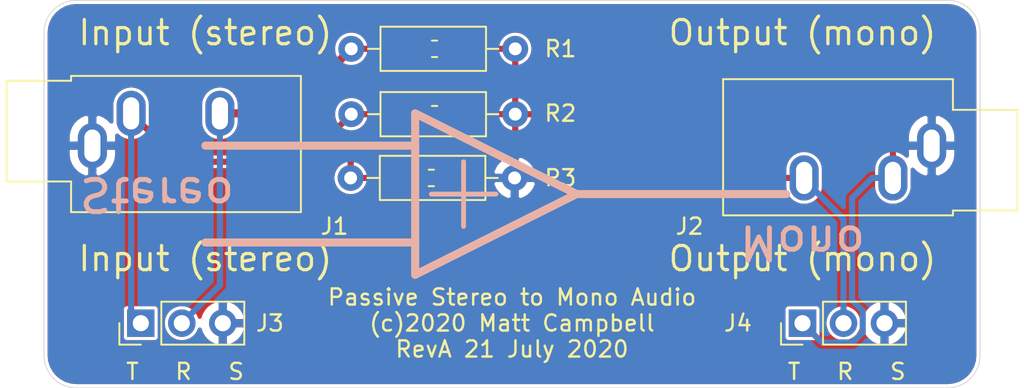
<source format=kicad_pcb>
(kicad_pcb (version 20171130) (host pcbnew 5.1.6-c6e7f7d~86~ubuntu20.04.1)

  (general
    (thickness 1.6)
    (drawings 25)
    (tracks 41)
    (zones 0)
    (modules 8)
    (nets 7)
  )

  (page A4)
  (layers
    (0 F.Cu signal)
    (31 B.Cu signal)
    (32 B.Adhes user)
    (33 F.Adhes user)
    (34 B.Paste user)
    (35 F.Paste user)
    (36 B.SilkS user)
    (37 F.SilkS user)
    (38 B.Mask user)
    (39 F.Mask user)
    (40 Dwgs.User user)
    (41 Cmts.User user)
    (42 Eco1.User user)
    (43 Eco2.User user)
    (44 Edge.Cuts user)
    (45 Margin user)
    (46 B.CrtYd user)
    (47 F.CrtYd user)
    (48 B.Fab user hide)
    (49 F.Fab user hide)
  )

  (setup
    (last_trace_width 0.1524)
    (user_trace_width 0.1524)
    (user_trace_width 0.254)
    (user_trace_width 0.381)
    (user_trace_width 0.508)
    (user_trace_width 0.635)
    (trace_clearance 0.1524)
    (zone_clearance 0.2)
    (zone_45_only no)
    (trace_min 0.1524)
    (via_size 0.5)
    (via_drill 0.3)
    (via_min_size 0.45)
    (via_min_drill 0.3)
    (user_via 0.5 0.3)
    (uvia_size 0.3)
    (uvia_drill 0.1)
    (uvias_allowed no)
    (uvia_min_size 0.2)
    (uvia_min_drill 0.1)
    (edge_width 0.05)
    (segment_width 0.2)
    (pcb_text_width 0.3)
    (pcb_text_size 1.5 1.5)
    (mod_edge_width 0.12)
    (mod_text_size 1 1)
    (mod_text_width 0.15)
    (pad_size 1.524 1.524)
    (pad_drill 0.762)
    (pad_to_mask_clearance 0.05)
    (aux_axis_origin 0 0)
    (visible_elements FFFFFF7F)
    (pcbplotparams
      (layerselection 0x010fc_ffffffff)
      (usegerberextensions false)
      (usegerberattributes true)
      (usegerberadvancedattributes true)
      (creategerberjobfile true)
      (excludeedgelayer true)
      (linewidth 0.100000)
      (plotframeref false)
      (viasonmask false)
      (mode 1)
      (useauxorigin false)
      (hpglpennumber 1)
      (hpglpenspeed 20)
      (hpglpendiameter 15.000000)
      (psnegative false)
      (psa4output false)
      (plotreference true)
      (plotvalue true)
      (plotinvisibletext false)
      (padsonsilk false)
      (subtractmaskfromsilk false)
      (outputformat 1)
      (mirror false)
      (drillshape 0)
      (scaleselection 1)
      (outputdirectory "fabrication_output/"))
  )

  (net 0 "")
  (net 1 "Net-(J1-PadT)")
  (net 2 "Net-(J1-PadS)")
  (net 3 "Net-(J1-PadR)")
  (net 4 "Net-(J2-PadR)")
  (net 5 "Net-(J2-PadT)")
  (net 6 "Net-(NT1-Pad2)")

  (net_class Default "This is the default net class."
    (clearance 0.1524)
    (trace_width 0.1524)
    (via_dia 0.5)
    (via_drill 0.3)
    (uvia_dia 0.3)
    (uvia_drill 0.1)
    (add_net "Net-(J1-PadR)")
    (add_net "Net-(J1-PadS)")
    (add_net "Net-(J1-PadT)")
    (add_net "Net-(J2-PadR)")
    (add_net "Net-(J2-PadT)")
    (add_net "Net-(NT1-Pad2)")
  )

  (module NetTie:NetTie-3_SMD_Pad0.5mm (layer F.Cu) (tedit 5A1CFFA0) (tstamp 5F042674)
    (at 148 63 270)
    (descr "Net tie, 3 pin, 0.5mm square SMD pads")
    (tags "net tie")
    (path /5F09501D)
    (attr virtual)
    (fp_text reference NT1 (at 0 -1.2 90) (layer F.SilkS) hide
      (effects (font (size 1 1) (thickness 0.15)))
    )
    (fp_text value Net-Tie_3 (at 0 1.2 90) (layer F.Fab)
      (effects (font (size 1 1) (thickness 0.15)))
    )
    (fp_line (start -1.5 -0.5) (end -1.5 0.5) (layer F.CrtYd) (width 0.05))
    (fp_line (start -1.5 0.5) (end 1.5 0.5) (layer F.CrtYd) (width 0.05))
    (fp_line (start 1.5 0.5) (end 1.5 -0.5) (layer F.CrtYd) (width 0.05))
    (fp_line (start 1.5 -0.5) (end -1.5 -0.5) (layer F.CrtYd) (width 0.05))
    (fp_poly (pts (xy -1 -0.25) (xy 1 -0.25) (xy 1 0.25) (xy -1 0.25)) (layer F.Cu) (width 0))
    (pad 3 smd circle (at 1 0 270) (size 0.5 0.5) (layers F.Cu)
      (net 4 "Net-(J2-PadR)"))
    (pad 2 smd circle (at 0 0 270) (size 0.5 0.5) (layers F.Cu)
      (net 6 "Net-(NT1-Pad2)"))
    (pad 1 smd circle (at -1 0 270) (size 0.5 0.5) (layers F.Cu)
      (net 5 "Net-(J2-PadT)"))
  )

  (module Connector_PinHeader_2.54mm:PinHeader_1x03_P2.54mm_Vertical (layer F.Cu) (tedit 59FED5CC) (tstamp 5F042668)
    (at 159 76 90)
    (descr "Through hole straight pin header, 1x03, 2.54mm pitch, single row")
    (tags "Through hole pin header THT 1x03 2.54mm single row")
    (path /5F08ACF4)
    (fp_text reference J4 (at 0 -4 180) (layer F.SilkS)
      (effects (font (size 1 1) (thickness 0.15)))
    )
    (fp_text value Conn_01x03 (at 0 7.41 90) (layer F.Fab)
      (effects (font (size 1 1) (thickness 0.15)))
    )
    (fp_line (start 1.8 -1.8) (end -1.8 -1.8) (layer F.CrtYd) (width 0.05))
    (fp_line (start 1.8 6.85) (end 1.8 -1.8) (layer F.CrtYd) (width 0.05))
    (fp_line (start -1.8 6.85) (end 1.8 6.85) (layer F.CrtYd) (width 0.05))
    (fp_line (start -1.8 -1.8) (end -1.8 6.85) (layer F.CrtYd) (width 0.05))
    (fp_line (start -1.33 -1.33) (end 0 -1.33) (layer F.SilkS) (width 0.12))
    (fp_line (start -1.33 0) (end -1.33 -1.33) (layer F.SilkS) (width 0.12))
    (fp_line (start -1.33 1.27) (end 1.33 1.27) (layer F.SilkS) (width 0.12))
    (fp_line (start 1.33 1.27) (end 1.33 6.41) (layer F.SilkS) (width 0.12))
    (fp_line (start -1.33 1.27) (end -1.33 6.41) (layer F.SilkS) (width 0.12))
    (fp_line (start -1.33 6.41) (end 1.33 6.41) (layer F.SilkS) (width 0.12))
    (fp_line (start -1.27 -0.635) (end -0.635 -1.27) (layer F.Fab) (width 0.1))
    (fp_line (start -1.27 6.35) (end -1.27 -0.635) (layer F.Fab) (width 0.1))
    (fp_line (start 1.27 6.35) (end -1.27 6.35) (layer F.Fab) (width 0.1))
    (fp_line (start 1.27 -1.27) (end 1.27 6.35) (layer F.Fab) (width 0.1))
    (fp_line (start -0.635 -1.27) (end 1.27 -1.27) (layer F.Fab) (width 0.1))
    (fp_text user %R (at 0 2.54) (layer F.Fab)
      (effects (font (size 1 1) (thickness 0.15)))
    )
    (pad 3 thru_hole oval (at 0 5.08 90) (size 1.7 1.7) (drill 1) (layers *.Cu *.Mask)
      (net 2 "Net-(J1-PadS)"))
    (pad 2 thru_hole oval (at 0 2.54 90) (size 1.7 1.7) (drill 1) (layers *.Cu *.Mask)
      (net 4 "Net-(J2-PadR)"))
    (pad 1 thru_hole rect (at 0 0 90) (size 1.7 1.7) (drill 1) (layers *.Cu *.Mask)
      (net 5 "Net-(J2-PadT)"))
    (model ${KISYS3DMOD}/Connector_PinHeader_2.54mm.3dshapes/PinHeader_1x03_P2.54mm_Vertical.wrl
      (at (xyz 0 0 0))
      (scale (xyz 1 1 1))
      (rotate (xyz 0 0 0))
    )
  )

  (module Connector_PinHeader_2.54mm:PinHeader_1x03_P2.54mm_Vertical (layer F.Cu) (tedit 59FED5CC) (tstamp 5F042651)
    (at 118 76 90)
    (descr "Through hole straight pin header, 1x03, 2.54mm pitch, single row")
    (tags "Through hole pin header THT 1x03 2.54mm single row")
    (path /5F089BCF)
    (fp_text reference J3 (at 0 8 180) (layer F.SilkS)
      (effects (font (size 1 1) (thickness 0.15)))
    )
    (fp_text value Conn_01x03 (at 0 7.41 90) (layer F.Fab)
      (effects (font (size 1 1) (thickness 0.15)))
    )
    (fp_line (start 1.8 -1.8) (end -1.8 -1.8) (layer F.CrtYd) (width 0.05))
    (fp_line (start 1.8 6.85) (end 1.8 -1.8) (layer F.CrtYd) (width 0.05))
    (fp_line (start -1.8 6.85) (end 1.8 6.85) (layer F.CrtYd) (width 0.05))
    (fp_line (start -1.8 -1.8) (end -1.8 6.85) (layer F.CrtYd) (width 0.05))
    (fp_line (start -1.33 -1.33) (end 0 -1.33) (layer F.SilkS) (width 0.12))
    (fp_line (start -1.33 0) (end -1.33 -1.33) (layer F.SilkS) (width 0.12))
    (fp_line (start -1.33 1.27) (end 1.33 1.27) (layer F.SilkS) (width 0.12))
    (fp_line (start 1.33 1.27) (end 1.33 6.41) (layer F.SilkS) (width 0.12))
    (fp_line (start -1.33 1.27) (end -1.33 6.41) (layer F.SilkS) (width 0.12))
    (fp_line (start -1.33 6.41) (end 1.33 6.41) (layer F.SilkS) (width 0.12))
    (fp_line (start -1.27 -0.635) (end -0.635 -1.27) (layer F.Fab) (width 0.1))
    (fp_line (start -1.27 6.35) (end -1.27 -0.635) (layer F.Fab) (width 0.1))
    (fp_line (start 1.27 6.35) (end -1.27 6.35) (layer F.Fab) (width 0.1))
    (fp_line (start 1.27 -1.27) (end 1.27 6.35) (layer F.Fab) (width 0.1))
    (fp_line (start -0.635 -1.27) (end 1.27 -1.27) (layer F.Fab) (width 0.1))
    (fp_text user %R (at 0 2.54) (layer F.Fab)
      (effects (font (size 1 1) (thickness 0.15)))
    )
    (pad 3 thru_hole oval (at 0 5.08 90) (size 1.7 1.7) (drill 1) (layers *.Cu *.Mask)
      (net 2 "Net-(J1-PadS)"))
    (pad 2 thru_hole oval (at 0 2.54 90) (size 1.7 1.7) (drill 1) (layers *.Cu *.Mask)
      (net 3 "Net-(J1-PadR)"))
    (pad 1 thru_hole rect (at 0 0 90) (size 1.7 1.7) (drill 1) (layers *.Cu *.Mask)
      (net 1 "Net-(J1-PadT)"))
    (model ${KISYS3DMOD}/Connector_PinHeader_2.54mm.3dshapes/PinHeader_1x03_P2.54mm_Vertical.wrl
      (at (xyz 0 0 0))
      (scale (xyz 1 1 1))
      (rotate (xyz 0 0 0))
    )
  )

  (module Connector_Audio:Jack_3.5mm_CUI_SJ1-3533NG_Horizontal (layer F.Cu) (tedit 5BAD3514) (tstamp 5F03CC06)
    (at 167 65 270)
    (descr "TRS 3.5mm, horizontal, through-hole, https://www.cui.com/product/resource/sj1-353xng.pdf")
    (tags "TRS audio jack stereo horizontal")
    (path /5F037631)
    (fp_text reference J2 (at 5 15 180) (layer F.SilkS)
      (effects (font (size 1 1) (thickness 0.15)))
    )
    (fp_text value AudioJack3 (at 0.1 14.05 90) (layer F.Fab)
      (effects (font (size 1 1) (thickness 0.15)))
    )
    (fp_line (start 4.7 -5.7) (end -4.5 -5.7) (layer F.CrtYd) (width 0.05))
    (fp_line (start 4.7 13.3) (end 4.7 -5.7) (layer F.CrtYd) (width 0.05))
    (fp_line (start -4.5 13.3) (end 4.7 13.3) (layer F.CrtYd) (width 0.05))
    (fp_line (start -4.5 -5.7) (end -4.5 13.3) (layer F.CrtYd) (width 0.05))
    (fp_line (start -2.22 -1.32) (end -2.22 -5.32) (layer F.SilkS) (width 0.12))
    (fp_line (start -4.12 -1.32) (end -2.22 -1.32) (layer F.SilkS) (width 0.12))
    (fp_line (start -4.12 12.92) (end -4.12 -1.32) (layer F.SilkS) (width 0.12))
    (fp_line (start 4.32 12.92) (end -4.12 12.92) (layer F.SilkS) (width 0.12))
    (fp_line (start 4.32 -1.32) (end 4.32 12.92) (layer F.SilkS) (width 0.12))
    (fp_line (start 4.02 -1.32) (end 4.32 -1.32) (layer F.SilkS) (width 0.12))
    (fp_line (start 4.02 -5.32) (end 4.02 -1.32) (layer F.SilkS) (width 0.12))
    (fp_line (start -2.22 -5.32) (end 4.02 -5.32) (layer F.SilkS) (width 0.12))
    (fp_line (start -2.1 -1.2) (end -2.1 -5.2) (layer F.Fab) (width 0.1))
    (fp_line (start -4 -1.2) (end -2.1 -1.2) (layer F.Fab) (width 0.1))
    (fp_line (start -4 12.8) (end -4 -1.2) (layer F.Fab) (width 0.1))
    (fp_line (start 4.2 12.8) (end -4 12.8) (layer F.Fab) (width 0.1))
    (fp_line (start 4.2 -1.2) (end 4.2 12.8) (layer F.Fab) (width 0.1))
    (fp_line (start 3.9 -1.2) (end 4.2 -1.2) (layer F.Fab) (width 0.1))
    (fp_line (start 3.9 -5.2) (end 3.9 -1.2) (layer F.Fab) (width 0.1))
    (fp_line (start -2.1 -5.2) (end 3.9 -5.2) (layer F.Fab) (width 0.1))
    (fp_text user %R (at 0.1 3.8 90) (layer F.Fab)
      (effects (font (size 1 1) (thickness 0.15)))
    )
    (pad R thru_hole oval (at 2 7.9 270) (size 2.8 1.8) (drill oval 2 1) (layers *.Cu *.Mask)
      (net 4 "Net-(J2-PadR)"))
    (pad T thru_hole oval (at 2 2.4 270) (size 2.8 1.8) (drill oval 2 1) (layers *.Cu *.Mask)
      (net 5 "Net-(J2-PadT)"))
    (pad S thru_hole oval (at 0 0 270) (size 2.8 1.8) (drill oval 2 1) (layers *.Cu *.Mask)
      (net 2 "Net-(J1-PadS)"))
    (model ${KISYS3DMOD}/Connector_Audio.3dshapes/Jack_3.5mm_CUI_SJ1-3533NG_Horizontal.wrl
      (at (xyz 0 0 0))
      (scale (xyz 1 1 1))
      (rotate (xyz 0 0 0))
    )
    (model ${KIPRJMOD}/3dmodels/CUI_DEVICES_SJ1-3533NG.step
      (offset (xyz 0.9 5.2 7))
      (scale (xyz 1 1 1))
      (rotate (xyz 180 0 -90))
    )
  )

  (module Connector_Audio:Jack_3.5mm_CUI_SJ1-3533NG_Horizontal (layer F.Cu) (tedit 5BAD3514) (tstamp 5F03CBE3)
    (at 115 65 90)
    (descr "TRS 3.5mm, horizontal, through-hole, https://www.cui.com/product/resource/sj1-353xng.pdf")
    (tags "TRS audio jack stereo horizontal")
    (path /5F037206)
    (fp_text reference J1 (at -5 15 180) (layer F.SilkS)
      (effects (font (size 1 1) (thickness 0.15)))
    )
    (fp_text value AudioJack3 (at 0.1 14.05 90) (layer F.Fab)
      (effects (font (size 1 1) (thickness 0.15)))
    )
    (fp_line (start 4.7 -5.7) (end -4.5 -5.7) (layer F.CrtYd) (width 0.05))
    (fp_line (start 4.7 13.3) (end 4.7 -5.7) (layer F.CrtYd) (width 0.05))
    (fp_line (start -4.5 13.3) (end 4.7 13.3) (layer F.CrtYd) (width 0.05))
    (fp_line (start -4.5 -5.7) (end -4.5 13.3) (layer F.CrtYd) (width 0.05))
    (fp_line (start -2.22 -1.32) (end -2.22 -5.32) (layer F.SilkS) (width 0.12))
    (fp_line (start -4.12 -1.32) (end -2.22 -1.32) (layer F.SilkS) (width 0.12))
    (fp_line (start -4.12 12.92) (end -4.12 -1.32) (layer F.SilkS) (width 0.12))
    (fp_line (start 4.32 12.92) (end -4.12 12.92) (layer F.SilkS) (width 0.12))
    (fp_line (start 4.32 -1.32) (end 4.32 12.92) (layer F.SilkS) (width 0.12))
    (fp_line (start 4.02 -1.32) (end 4.32 -1.32) (layer F.SilkS) (width 0.12))
    (fp_line (start 4.02 -5.32) (end 4.02 -1.32) (layer F.SilkS) (width 0.12))
    (fp_line (start -2.22 -5.32) (end 4.02 -5.32) (layer F.SilkS) (width 0.12))
    (fp_line (start -2.1 -1.2) (end -2.1 -5.2) (layer F.Fab) (width 0.1))
    (fp_line (start -4 -1.2) (end -2.1 -1.2) (layer F.Fab) (width 0.1))
    (fp_line (start -4 12.8) (end -4 -1.2) (layer F.Fab) (width 0.1))
    (fp_line (start 4.2 12.8) (end -4 12.8) (layer F.Fab) (width 0.1))
    (fp_line (start 4.2 -1.2) (end 4.2 12.8) (layer F.Fab) (width 0.1))
    (fp_line (start 3.9 -1.2) (end 4.2 -1.2) (layer F.Fab) (width 0.1))
    (fp_line (start 3.9 -5.2) (end 3.9 -1.2) (layer F.Fab) (width 0.1))
    (fp_line (start -2.1 -5.2) (end 3.9 -5.2) (layer F.Fab) (width 0.1))
    (fp_text user %R (at 0.1 3.8 90) (layer F.Fab)
      (effects (font (size 1 1) (thickness 0.15)))
    )
    (pad R thru_hole oval (at 2 7.9 90) (size 2.8 1.8) (drill oval 2 1) (layers *.Cu *.Mask)
      (net 3 "Net-(J1-PadR)"))
    (pad T thru_hole oval (at 2 2.4 90) (size 2.8 1.8) (drill oval 2 1) (layers *.Cu *.Mask)
      (net 1 "Net-(J1-PadT)"))
    (pad S thru_hole oval (at 0 0 90) (size 2.8 1.8) (drill oval 2 1) (layers *.Cu *.Mask)
      (net 2 "Net-(J1-PadS)"))
    (model ${KISYS3DMOD}/Connector_Audio.3dshapes/Jack_3.5mm_CUI_SJ1-3533NG_Horizontal.wrl
      (at (xyz 0 0 0))
      (scale (xyz 1 1 1))
      (rotate (xyz 0 0 0))
    )
    (model ${KIPRJMOD}/3dmodels/CUI_DEVICES_SJ1-3533NG.step
      (offset (xyz 0.9 5.2 7))
      (scale (xyz 1 1 1))
      (rotate (xyz 180 0 -90))
    )
  )

  (module stereo_to_mono:R_Axial_DIN0207_L6.3mm_D2.5mm_P10.16mm_Horizontal (layer F.Cu) (tedit 5F03979C) (tstamp 5F03CC4B)
    (at 131 67)
    (descr "Resistor, Axial_DIN0207 series, Axial, Horizontal, pin pitch=10.16mm, 0.25W = 1/4W, length*diameter=6.3*2.5mm^2, http://cdn-reichelt.de/documents/datenblatt/B400/1_4W%23YAG.pdf")
    (tags "Resistor Axial_DIN0207 series Axial Horizontal pin pitch 10.16mm 0.25W = 1/4W length 6.3mm diameter 2.5mm")
    (path /5F03A2C9)
    (fp_text reference R3 (at 13 0) (layer F.SilkS)
      (effects (font (size 1 1) (thickness 0.15)))
    )
    (fp_text value R_US (at 5.08 2.37) (layer F.Fab)
      (effects (font (size 1 1) (thickness 0.15)))
    )
    (fp_line (start 5.8 0.4) (end 4.2 0.4) (layer F.Fab) (width 0.1))
    (fp_line (start 6.48 0.73) (end 3.52 0.73) (layer F.CrtYd) (width 0.05))
    (fp_line (start 6.48 -0.73) (end 6.48 0.73) (layer F.CrtYd) (width 0.05))
    (fp_line (start 3.52 -0.73) (end 6.48 -0.73) (layer F.CrtYd) (width 0.05))
    (fp_line (start 3.52 0.73) (end 3.52 -0.73) (layer F.CrtYd) (width 0.05))
    (fp_line (start 5.8 -0.4) (end 5.8 0.4) (layer F.Fab) (width 0.1))
    (fp_line (start 4.2 -0.4) (end 5.8 -0.4) (layer F.Fab) (width 0.1))
    (fp_line (start 4.837221 0.51) (end 5.162779 0.51) (layer F.SilkS) (width 0.12))
    (fp_line (start 4.837221 -0.51) (end 5.162779 -0.51) (layer F.SilkS) (width 0.12))
    (fp_line (start 4.2 0.4) (end 4.2 -0.4) (layer F.Fab) (width 0.1))
    (fp_line (start 11.21 -1.5) (end -1.05 -1.5) (layer F.CrtYd) (width 0.05))
    (fp_line (start 11.21 1.5) (end 11.21 -1.5) (layer F.CrtYd) (width 0.05))
    (fp_line (start -1.05 1.5) (end 11.21 1.5) (layer F.CrtYd) (width 0.05))
    (fp_line (start -1.05 -1.5) (end -1.05 1.5) (layer F.CrtYd) (width 0.05))
    (fp_line (start 9.12 0) (end 8.35 0) (layer F.SilkS) (width 0.12))
    (fp_line (start 1.04 0) (end 1.81 0) (layer F.SilkS) (width 0.12))
    (fp_line (start 8.35 -1.37) (end 1.81 -1.37) (layer F.SilkS) (width 0.12))
    (fp_line (start 8.35 1.37) (end 8.35 -1.37) (layer F.SilkS) (width 0.12))
    (fp_line (start 1.81 1.37) (end 8.35 1.37) (layer F.SilkS) (width 0.12))
    (fp_line (start 1.81 -1.37) (end 1.81 1.37) (layer F.SilkS) (width 0.12))
    (fp_line (start 10.16 0) (end 8.23 0) (layer F.Fab) (width 0.1))
    (fp_line (start 0 0) (end 1.93 0) (layer F.Fab) (width 0.1))
    (fp_line (start 8.23 -1.25) (end 1.93 -1.25) (layer F.Fab) (width 0.1))
    (fp_line (start 8.23 1.25) (end 8.23 -1.25) (layer F.Fab) (width 0.1))
    (fp_line (start 1.93 1.25) (end 8.23 1.25) (layer F.Fab) (width 0.1))
    (fp_line (start 1.93 -1.25) (end 1.93 1.25) (layer F.Fab) (width 0.1))
    (fp_text user %R (at 5 0) (layer F.Fab)
      (effects (font (size 0.4 0.4) (thickness 0.06)))
    )
    (pad 1 smd roundrect (at 4.2125 0) (size 0.875 0.95) (layers F.Cu F.Paste F.Mask) (roundrect_rratio 0.25)
      (net 6 "Net-(NT1-Pad2)"))
    (pad 2 smd roundrect (at 5.7875 0) (size 0.875 0.95) (layers F.Cu F.Paste F.Mask) (roundrect_rratio 0.25)
      (net 2 "Net-(J1-PadS)"))
    (pad 1 thru_hole circle (at 0 0) (size 1.6 1.6) (drill 0.8) (layers *.Cu *.Mask)
      (net 6 "Net-(NT1-Pad2)"))
    (pad 2 thru_hole oval (at 10.16 0) (size 1.6 1.6) (drill 0.8) (layers *.Cu *.Mask)
      (net 2 "Net-(J1-PadS)"))
    (model ${KISYS3DMOD}/Resistor_THT.3dshapes/R_Axial_DIN0207_L6.3mm_D2.5mm_P10.16mm_Horizontal.wrl
      (at (xyz 0 0 0))
      (scale (xyz 1 1 1))
      (rotate (xyz 0 0 0))
    )
  )

  (module stereo_to_mono:R_Axial_DIN0207_L6.3mm_D2.5mm_P10.16mm_Horizontal (layer F.Cu) (tedit 5F03979C) (tstamp 5F03D51F)
    (at 141.2 63.05 180)
    (descr "Resistor, Axial_DIN0207 series, Axial, Horizontal, pin pitch=10.16mm, 0.25W = 1/4W, length*diameter=6.3*2.5mm^2, http://cdn-reichelt.de/documents/datenblatt/B400/1_4W%23YAG.pdf")
    (tags "Resistor Axial_DIN0207 series Axial Horizontal pin pitch 10.16mm 0.25W = 1/4W length 6.3mm diameter 2.5mm")
    (path /5F039327)
    (fp_text reference R2 (at -2.8 0.05) (layer F.SilkS)
      (effects (font (size 1 1) (thickness 0.15)))
    )
    (fp_text value R_US (at 5.08 2.37) (layer F.Fab)
      (effects (font (size 1 1) (thickness 0.15)))
    )
    (fp_line (start 5.8 0.4) (end 4.2 0.4) (layer F.Fab) (width 0.1))
    (fp_line (start 6.48 0.73) (end 3.52 0.73) (layer F.CrtYd) (width 0.05))
    (fp_line (start 6.48 -0.73) (end 6.48 0.73) (layer F.CrtYd) (width 0.05))
    (fp_line (start 3.52 -0.73) (end 6.48 -0.73) (layer F.CrtYd) (width 0.05))
    (fp_line (start 3.52 0.73) (end 3.52 -0.73) (layer F.CrtYd) (width 0.05))
    (fp_line (start 5.8 -0.4) (end 5.8 0.4) (layer F.Fab) (width 0.1))
    (fp_line (start 4.2 -0.4) (end 5.8 -0.4) (layer F.Fab) (width 0.1))
    (fp_line (start 4.837221 0.51) (end 5.162779 0.51) (layer F.SilkS) (width 0.12))
    (fp_line (start 4.837221 -0.51) (end 5.162779 -0.51) (layer F.SilkS) (width 0.12))
    (fp_line (start 4.2 0.4) (end 4.2 -0.4) (layer F.Fab) (width 0.1))
    (fp_line (start 11.21 -1.5) (end -1.05 -1.5) (layer F.CrtYd) (width 0.05))
    (fp_line (start 11.21 1.5) (end 11.21 -1.5) (layer F.CrtYd) (width 0.05))
    (fp_line (start -1.05 1.5) (end 11.21 1.5) (layer F.CrtYd) (width 0.05))
    (fp_line (start -1.05 -1.5) (end -1.05 1.5) (layer F.CrtYd) (width 0.05))
    (fp_line (start 9.12 0) (end 8.35 0) (layer F.SilkS) (width 0.12))
    (fp_line (start 1.04 0) (end 1.81 0) (layer F.SilkS) (width 0.12))
    (fp_line (start 8.35 -1.37) (end 1.81 -1.37) (layer F.SilkS) (width 0.12))
    (fp_line (start 8.35 1.37) (end 8.35 -1.37) (layer F.SilkS) (width 0.12))
    (fp_line (start 1.81 1.37) (end 8.35 1.37) (layer F.SilkS) (width 0.12))
    (fp_line (start 1.81 -1.37) (end 1.81 1.37) (layer F.SilkS) (width 0.12))
    (fp_line (start 10.16 0) (end 8.23 0) (layer F.Fab) (width 0.1))
    (fp_line (start 0 0) (end 1.93 0) (layer F.Fab) (width 0.1))
    (fp_line (start 8.23 -1.25) (end 1.93 -1.25) (layer F.Fab) (width 0.1))
    (fp_line (start 8.23 1.25) (end 8.23 -1.25) (layer F.Fab) (width 0.1))
    (fp_line (start 1.93 1.25) (end 8.23 1.25) (layer F.Fab) (width 0.1))
    (fp_line (start 1.93 -1.25) (end 1.93 1.25) (layer F.Fab) (width 0.1))
    (fp_text user %R (at 5 0) (layer F.Fab)
      (effects (font (size 0.4 0.4) (thickness 0.06)))
    )
    (pad 1 smd roundrect (at 4.2125 0 180) (size 0.875 0.95) (layers F.Cu F.Paste F.Mask) (roundrect_rratio 0.25)
      (net 6 "Net-(NT1-Pad2)"))
    (pad 2 smd roundrect (at 5.7875 0 180) (size 0.875 0.95) (layers F.Cu F.Paste F.Mask) (roundrect_rratio 0.25)
      (net 1 "Net-(J1-PadT)"))
    (pad 1 thru_hole circle (at 0 0 180) (size 1.6 1.6) (drill 0.8) (layers *.Cu *.Mask)
      (net 6 "Net-(NT1-Pad2)"))
    (pad 2 thru_hole oval (at 10.16 0 180) (size 1.6 1.6) (drill 0.8) (layers *.Cu *.Mask)
      (net 1 "Net-(J1-PadT)"))
    (model ${KISYS3DMOD}/Resistor_THT.3dshapes/R_Axial_DIN0207_L6.3mm_D2.5mm_P10.16mm_Horizontal.wrl
      (at (xyz 0 0 0))
      (scale (xyz 1 1 1))
      (rotate (xyz 0 0 0))
    )
  )

  (module stereo_to_mono:R_Axial_DIN0207_L6.3mm_D2.5mm_P10.16mm_Horizontal (layer F.Cu) (tedit 5F03979C) (tstamp 5F03CC1D)
    (at 141.2 59 180)
    (descr "Resistor, Axial_DIN0207 series, Axial, Horizontal, pin pitch=10.16mm, 0.25W = 1/4W, length*diameter=6.3*2.5mm^2, http://cdn-reichelt.de/documents/datenblatt/B400/1_4W%23YAG.pdf")
    (tags "Resistor Axial_DIN0207 series Axial Horizontal pin pitch 10.16mm 0.25W = 1/4W length 6.3mm diameter 2.5mm")
    (path /5F038AEB)
    (fp_text reference R1 (at -2.8 0) (layer F.SilkS)
      (effects (font (size 1 1) (thickness 0.15)))
    )
    (fp_text value R_US (at 5.08 2.37) (layer F.Fab)
      (effects (font (size 1 1) (thickness 0.15)))
    )
    (fp_line (start 5.8 0.4) (end 4.2 0.4) (layer F.Fab) (width 0.1))
    (fp_line (start 6.48 0.73) (end 3.52 0.73) (layer F.CrtYd) (width 0.05))
    (fp_line (start 6.48 -0.73) (end 6.48 0.73) (layer F.CrtYd) (width 0.05))
    (fp_line (start 3.52 -0.73) (end 6.48 -0.73) (layer F.CrtYd) (width 0.05))
    (fp_line (start 3.52 0.73) (end 3.52 -0.73) (layer F.CrtYd) (width 0.05))
    (fp_line (start 5.8 -0.4) (end 5.8 0.4) (layer F.Fab) (width 0.1))
    (fp_line (start 4.2 -0.4) (end 5.8 -0.4) (layer F.Fab) (width 0.1))
    (fp_line (start 4.837221 0.51) (end 5.162779 0.51) (layer F.SilkS) (width 0.12))
    (fp_line (start 4.837221 -0.51) (end 5.162779 -0.51) (layer F.SilkS) (width 0.12))
    (fp_line (start 4.2 0.4) (end 4.2 -0.4) (layer F.Fab) (width 0.1))
    (fp_line (start 11.21 -1.5) (end -1.05 -1.5) (layer F.CrtYd) (width 0.05))
    (fp_line (start 11.21 1.5) (end 11.21 -1.5) (layer F.CrtYd) (width 0.05))
    (fp_line (start -1.05 1.5) (end 11.21 1.5) (layer F.CrtYd) (width 0.05))
    (fp_line (start -1.05 -1.5) (end -1.05 1.5) (layer F.CrtYd) (width 0.05))
    (fp_line (start 9.12 0) (end 8.35 0) (layer F.SilkS) (width 0.12))
    (fp_line (start 1.04 0) (end 1.81 0) (layer F.SilkS) (width 0.12))
    (fp_line (start 8.35 -1.37) (end 1.81 -1.37) (layer F.SilkS) (width 0.12))
    (fp_line (start 8.35 1.37) (end 8.35 -1.37) (layer F.SilkS) (width 0.12))
    (fp_line (start 1.81 1.37) (end 8.35 1.37) (layer F.SilkS) (width 0.12))
    (fp_line (start 1.81 -1.37) (end 1.81 1.37) (layer F.SilkS) (width 0.12))
    (fp_line (start 10.16 0) (end 8.23 0) (layer F.Fab) (width 0.1))
    (fp_line (start 0 0) (end 1.93 0) (layer F.Fab) (width 0.1))
    (fp_line (start 8.23 -1.25) (end 1.93 -1.25) (layer F.Fab) (width 0.1))
    (fp_line (start 8.23 1.25) (end 8.23 -1.25) (layer F.Fab) (width 0.1))
    (fp_line (start 1.93 1.25) (end 8.23 1.25) (layer F.Fab) (width 0.1))
    (fp_line (start 1.93 -1.25) (end 1.93 1.25) (layer F.Fab) (width 0.1))
    (fp_text user %R (at 5 0) (layer F.Fab)
      (effects (font (size 0.4 0.4) (thickness 0.06)))
    )
    (pad 1 smd roundrect (at 4.2125 0 180) (size 0.875 0.95) (layers F.Cu F.Paste F.Mask) (roundrect_rratio 0.25)
      (net 6 "Net-(NT1-Pad2)"))
    (pad 2 smd roundrect (at 5.7875 0 180) (size 0.875 0.95) (layers F.Cu F.Paste F.Mask) (roundrect_rratio 0.25)
      (net 3 "Net-(J1-PadR)"))
    (pad 1 thru_hole circle (at 0 0 180) (size 1.6 1.6) (drill 0.8) (layers *.Cu *.Mask)
      (net 6 "Net-(NT1-Pad2)"))
    (pad 2 thru_hole oval (at 10.16 0 180) (size 1.6 1.6) (drill 0.8) (layers *.Cu *.Mask)
      (net 3 "Net-(J1-PadR)"))
    (model ${KISYS3DMOD}/Resistor_THT.3dshapes/R_Axial_DIN0207_L6.3mm_D2.5mm_P10.16mm_Horizontal.wrl
      (at (xyz 0 0 0))
      (scale (xyz 1 1 1))
      (rotate (xyz 0 0 0))
    )
  )

  (gr_text "Input (stereo)" (at 122 72) (layer F.SilkS) (tstamp 5F0409AB)
    (effects (font (size 1.5 1.5) (thickness 0.2)))
  )
  (gr_text "Output (mono)" (at 159 72) (layer F.SilkS) (tstamp 5F0409B2)
    (effects (font (size 1.5 1.5) (thickness 0.2)))
  )
  (gr_arc (start 114 78) (end 112 78) (angle -90) (layer Edge.Cuts) (width 0.05))
  (gr_arc (start 114 58) (end 114 56) (angle -90) (layer Edge.Cuts) (width 0.05))
  (gr_arc (start 168 58) (end 170 58) (angle -90) (layer Edge.Cuts) (width 0.05))
  (gr_arc (start 168 78) (end 168 80) (angle -90) (layer Edge.Cuts) (width 0.05))
  (gr_text "T   R   S" (at 158 79) (layer F.SilkS) (tstamp 5F042B23)
    (effects (font (size 1 1) (thickness 0.15)) (justify left))
  )
  (gr_text "T   R   S" (at 117 79) (layer F.SilkS)
    (effects (font (size 1 1) (thickness 0.15)) (justify left))
  )
  (gr_line (start 112 58) (end 112 78) (layer Edge.Cuts) (width 0.05) (tstamp 5F042AED))
  (gr_text Mono (at 159 71 180) (layer B.SilkS) (tstamp 5F041F1F)
    (effects (font (size 2 2) (thickness 0.3)) (justify mirror))
  )
  (gr_text Stereo (at 119 68 180) (layer B.SilkS)
    (effects (font (size 2 2) (thickness 0.3)) (justify mirror))
  )
  (gr_line (start 136 68) (end 140 68) (layer B.SilkS) (width 0.3))
  (gr_line (start 138 66) (end 138 70) (layer B.SilkS) (width 0.3))
  (gr_line (start 145 68) (end 158 68) (layer B.SilkS) (width 0.5) (tstamp 5F041EF4))
  (gr_line (start 145 68) (end 135 63) (layer B.SilkS) (width 0.5) (tstamp 5F041EF2))
  (gr_line (start 135 73) (end 145 68) (layer B.SilkS) (width 0.5))
  (gr_line (start 135 63) (end 135 73) (layer B.SilkS) (width 0.5))
  (gr_line (start 135 71) (end 122 71) (layer B.SilkS) (width 0.5))
  (gr_line (start 122 65) (end 135 65) (layer B.SilkS) (width 0.5))
  (gr_text "Output (mono)" (at 159 58) (layer F.SilkS) (tstamp 5F0409AD)
    (effects (font (size 1.5 1.5) (thickness 0.2)))
  )
  (gr_text "Input (stereo)" (at 122 58) (layer F.SilkS)
    (effects (font (size 1.5 1.5) (thickness 0.2)))
  )
  (gr_text "Passive Stereo to Mono Audio\n(c)2020 Matt Campbell\nRevA 21 July 2020" (at 141 76) (layer F.SilkS)
    (effects (font (size 1 1) (thickness 0.15)))
  )
  (gr_line (start 168 56) (end 114 56) (layer Edge.Cuts) (width 0.05) (tstamp 5F03FC58))
  (gr_line (start 170 78) (end 170 58) (layer Edge.Cuts) (width 0.05))
  (gr_line (start 114 80) (end 168 80) (layer Edge.Cuts) (width 0.05))

  (segment (start 131.04 63.05) (end 135.4125 63.05) (width 0.381) (layer F.Cu) (net 1))
  (segment (start 117.4 63) (end 120.4 66) (width 0.381) (layer F.Cu) (net 1))
  (segment (start 128.09 66) (end 131.04 63.05) (width 0.381) (layer F.Cu) (net 1))
  (segment (start 120.4 66) (end 128.09 66) (width 0.381) (layer F.Cu) (net 1))
  (segment (start 117.4 75.4) (end 118 76) (width 0.381) (layer B.Cu) (net 1))
  (segment (start 117.4 63) (end 117.4 75.4) (width 0.381) (layer B.Cu) (net 1))
  (segment (start 122.9 63) (end 123 63) (width 0.381) (layer B.Cu) (net 3))
  (segment (start 131.04 59) (end 135.4125 59) (width 0.381) (layer F.Cu) (net 3))
  (segment (start 127.04 63) (end 131.04 59) (width 0.508) (layer F.Cu) (net 3))
  (segment (start 122.9 63) (end 127.04 63) (width 0.508) (layer F.Cu) (net 3))
  (segment (start 122.9 73.64) (end 120.54 76) (width 0.381) (layer B.Cu) (net 3))
  (segment (start 122.9 63) (end 122.9 73.64) (width 0.381) (layer B.Cu) (net 3))
  (segment (start 159.1 67) (end 159.1 67.1) (width 0.381) (layer B.Cu) (net 4))
  (segment (start 159.1 67.1) (end 161.54 69.54) (width 0.381) (layer B.Cu) (net 4))
  (segment (start 161.54 69.54) (end 161.54 76) (width 0.381) (layer B.Cu) (net 4))
  (segment (start 148 64) (end 148 65) (width 0.381) (layer F.Cu) (net 4))
  (segment (start 148 65) (end 150 67) (width 0.381) (layer F.Cu) (net 4))
  (segment (start 150 67) (end 159.1 67) (width 0.381) (layer F.Cu) (net 4))
  (segment (start 162 59) (end 151 59) (width 0.381) (layer F.Cu) (net 5))
  (segment (start 164.6 67) (end 164.6 61.6) (width 0.381) (layer F.Cu) (net 5))
  (segment (start 164.6 61.6) (end 162 59) (width 0.381) (layer F.Cu) (net 5))
  (segment (start 151 59) (end 148 62) (width 0.381) (layer F.Cu) (net 5))
  (segment (start 163.319 67) (end 162.07341 68.24559) (width 0.381) (layer B.Cu) (net 5))
  (segment (start 164.6 67) (end 163.319 67) (width 0.381) (layer B.Cu) (net 5))
  (segment (start 162.07341 68.24559) (end 162.07341 74.57341) (width 0.381) (layer B.Cu) (net 5))
  (segment (start 160.192901 77.192901) (end 159 76) (width 0.381) (layer B.Cu) (net 5))
  (segment (start 162.112593 77.192901) (end 160.192901 77.192901) (width 0.381) (layer B.Cu) (net 5))
  (segment (start 162.732901 76.572593) (end 162.112593 77.192901) (width 0.381) (layer B.Cu) (net 5))
  (segment (start 162.732901 75.232901) (end 162.732901 76.572593) (width 0.381) (layer B.Cu) (net 5))
  (segment (start 162.07341 74.57341) (end 162.732901 75.232901) (width 0.381) (layer B.Cu) (net 5))
  (segment (start 131 67) (end 135.2125 67) (width 0.381) (layer F.Cu) (net 6))
  (segment (start 136.9875 63.05) (end 141.2 63.05) (width 0.381) (layer F.Cu) (net 6))
  (segment (start 136.9875 59) (end 141.2 59) (width 0.381) (layer F.Cu) (net 6))
  (segment (start 141.2 59) (end 141.2 63.05) (width 0.381) (layer F.Cu) (net 6))
  (segment (start 141.2 63.05) (end 141.2 64.8) (width 0.381) (layer F.Cu) (net 6))
  (segment (start 141.2 64.8) (end 141 65) (width 0.381) (layer F.Cu) (net 6))
  (segment (start 141 65) (end 132 65) (width 0.381) (layer F.Cu) (net 6))
  (segment (start 131 66) (end 131 67) (width 0.381) (layer F.Cu) (net 6))
  (segment (start 132 65) (end 131 66) (width 0.381) (layer F.Cu) (net 6))
  (segment (start 147.95 63.05) (end 148 63) (width 0.381) (layer F.Cu) (net 6))
  (segment (start 141.2 63.05) (end 147.95 63.05) (width 0.381) (layer F.Cu) (net 6))

  (zone (net 2) (net_name "Net-(J1-PadS)") (layer F.Cu) (tstamp 5F178AC9) (hatch edge 0.508)
    (connect_pads (clearance 0.2))
    (min_thickness 0.254)
    (fill yes (arc_segments 32) (thermal_gap 0.508) (thermal_bridge_width 0.508))
    (polygon
      (pts
        (xy 170 80) (xy 112 80) (xy 112 56) (xy 170 56)
      )
    )
    (filled_polygon
      (pts
        (xy 168.319768 56.385042) (xy 168.627361 56.477908) (xy 168.911057 56.628753) (xy 169.160048 56.831826) (xy 169.364855 57.079393)
        (xy 169.517674 57.362028) (xy 169.612686 57.668961) (xy 169.648001 58.004963) (xy 169.648 77.982784) (xy 169.614958 78.319768)
        (xy 169.522091 78.627361) (xy 169.37125 78.911052) (xy 169.168176 79.160046) (xy 168.920607 79.364854) (xy 168.637974 79.517673)
        (xy 168.331039 79.612685) (xy 167.995046 79.648) (xy 114.017216 79.648) (xy 113.680232 79.614958) (xy 113.372639 79.522091)
        (xy 113.088948 79.37125) (xy 112.839954 79.168176) (xy 112.635146 78.920607) (xy 112.482327 78.637974) (xy 112.387315 78.331039)
        (xy 112.352 77.995046) (xy 112.352 75.15) (xy 116.821418 75.15) (xy 116.821418 76.85) (xy 116.827732 76.914103)
        (xy 116.84643 76.975743) (xy 116.876794 77.03255) (xy 116.917657 77.082343) (xy 116.96745 77.123206) (xy 117.024257 77.15357)
        (xy 117.085897 77.172268) (xy 117.15 77.178582) (xy 118.85 77.178582) (xy 118.914103 77.172268) (xy 118.975743 77.15357)
        (xy 119.03255 77.123206) (xy 119.082343 77.082343) (xy 119.123206 77.03255) (xy 119.15357 76.975743) (xy 119.172268 76.914103)
        (xy 119.178582 76.85) (xy 119.178582 75.884076) (xy 119.363 75.884076) (xy 119.363 76.115924) (xy 119.408231 76.343318)
        (xy 119.496956 76.557519) (xy 119.625764 76.750294) (xy 119.789706 76.914236) (xy 119.982481 77.043044) (xy 120.196682 77.131769)
        (xy 120.424076 77.177) (xy 120.655924 77.177) (xy 120.883318 77.131769) (xy 121.097519 77.043044) (xy 121.290294 76.914236)
        (xy 121.454236 76.750294) (xy 121.583044 76.557519) (xy 121.651264 76.392821) (xy 121.735843 76.631252) (xy 121.884822 76.881355)
        (xy 122.079731 77.097588) (xy 122.31308 77.271641) (xy 122.575901 77.396825) (xy 122.72311 77.441476) (xy 122.953 77.320155)
        (xy 122.953 76.127) (xy 123.207 76.127) (xy 123.207 77.320155) (xy 123.43689 77.441476) (xy 123.584099 77.396825)
        (xy 123.84692 77.271641) (xy 124.080269 77.097588) (xy 124.275178 76.881355) (xy 124.424157 76.631252) (xy 124.521481 76.356891)
        (xy 124.400814 76.127) (xy 123.207 76.127) (xy 122.953 76.127) (xy 122.933 76.127) (xy 122.933 75.873)
        (xy 122.953 75.873) (xy 122.953 74.679845) (xy 123.207 74.679845) (xy 123.207 75.873) (xy 124.400814 75.873)
        (xy 124.521481 75.643109) (xy 124.424157 75.368748) (xy 124.293856 75.15) (xy 157.821418 75.15) (xy 157.821418 76.85)
        (xy 157.827732 76.914103) (xy 157.84643 76.975743) (xy 157.876794 77.03255) (xy 157.917657 77.082343) (xy 157.96745 77.123206)
        (xy 158.024257 77.15357) (xy 158.085897 77.172268) (xy 158.15 77.178582) (xy 159.85 77.178582) (xy 159.914103 77.172268)
        (xy 159.975743 77.15357) (xy 160.03255 77.123206) (xy 160.082343 77.082343) (xy 160.123206 77.03255) (xy 160.15357 76.975743)
        (xy 160.172268 76.914103) (xy 160.178582 76.85) (xy 160.178582 75.884076) (xy 160.363 75.884076) (xy 160.363 76.115924)
        (xy 160.408231 76.343318) (xy 160.496956 76.557519) (xy 160.625764 76.750294) (xy 160.789706 76.914236) (xy 160.982481 77.043044)
        (xy 161.196682 77.131769) (xy 161.424076 77.177) (xy 161.655924 77.177) (xy 161.883318 77.131769) (xy 162.097519 77.043044)
        (xy 162.290294 76.914236) (xy 162.454236 76.750294) (xy 162.583044 76.557519) (xy 162.651264 76.392821) (xy 162.735843 76.631252)
        (xy 162.884822 76.881355) (xy 163.079731 77.097588) (xy 163.31308 77.271641) (xy 163.575901 77.396825) (xy 163.72311 77.441476)
        (xy 163.953 77.320155) (xy 163.953 76.127) (xy 164.207 76.127) (xy 164.207 77.320155) (xy 164.43689 77.441476)
        (xy 164.584099 77.396825) (xy 164.84692 77.271641) (xy 165.080269 77.097588) (xy 165.275178 76.881355) (xy 165.424157 76.631252)
        (xy 165.521481 76.356891) (xy 165.400814 76.127) (xy 164.207 76.127) (xy 163.953 76.127) (xy 163.933 76.127)
        (xy 163.933 75.873) (xy 163.953 75.873) (xy 163.953 74.679845) (xy 164.207 74.679845) (xy 164.207 75.873)
        (xy 165.400814 75.873) (xy 165.521481 75.643109) (xy 165.424157 75.368748) (xy 165.275178 75.118645) (xy 165.080269 74.902412)
        (xy 164.84692 74.728359) (xy 164.584099 74.603175) (xy 164.43689 74.558524) (xy 164.207 74.679845) (xy 163.953 74.679845)
        (xy 163.72311 74.558524) (xy 163.575901 74.603175) (xy 163.31308 74.728359) (xy 163.079731 74.902412) (xy 162.884822 75.118645)
        (xy 162.735843 75.368748) (xy 162.651264 75.607179) (xy 162.583044 75.442481) (xy 162.454236 75.249706) (xy 162.290294 75.085764)
        (xy 162.097519 74.956956) (xy 161.883318 74.868231) (xy 161.655924 74.823) (xy 161.424076 74.823) (xy 161.196682 74.868231)
        (xy 160.982481 74.956956) (xy 160.789706 75.085764) (xy 160.625764 75.249706) (xy 160.496956 75.442481) (xy 160.408231 75.656682)
        (xy 160.363 75.884076) (xy 160.178582 75.884076) (xy 160.178582 75.15) (xy 160.172268 75.085897) (xy 160.15357 75.024257)
        (xy 160.123206 74.96745) (xy 160.082343 74.917657) (xy 160.03255 74.876794) (xy 159.975743 74.84643) (xy 159.914103 74.827732)
        (xy 159.85 74.821418) (xy 158.15 74.821418) (xy 158.085897 74.827732) (xy 158.024257 74.84643) (xy 157.96745 74.876794)
        (xy 157.917657 74.917657) (xy 157.876794 74.96745) (xy 157.84643 75.024257) (xy 157.827732 75.085897) (xy 157.821418 75.15)
        (xy 124.293856 75.15) (xy 124.275178 75.118645) (xy 124.080269 74.902412) (xy 123.84692 74.728359) (xy 123.584099 74.603175)
        (xy 123.43689 74.558524) (xy 123.207 74.679845) (xy 122.953 74.679845) (xy 122.72311 74.558524) (xy 122.575901 74.603175)
        (xy 122.31308 74.728359) (xy 122.079731 74.902412) (xy 121.884822 75.118645) (xy 121.735843 75.368748) (xy 121.651264 75.607179)
        (xy 121.583044 75.442481) (xy 121.454236 75.249706) (xy 121.290294 75.085764) (xy 121.097519 74.956956) (xy 120.883318 74.868231)
        (xy 120.655924 74.823) (xy 120.424076 74.823) (xy 120.196682 74.868231) (xy 119.982481 74.956956) (xy 119.789706 75.085764)
        (xy 119.625764 75.249706) (xy 119.496956 75.442481) (xy 119.408231 75.656682) (xy 119.363 75.884076) (xy 119.178582 75.884076)
        (xy 119.178582 75.15) (xy 119.172268 75.085897) (xy 119.15357 75.024257) (xy 119.123206 74.96745) (xy 119.082343 74.917657)
        (xy 119.03255 74.876794) (xy 118.975743 74.84643) (xy 118.914103 74.827732) (xy 118.85 74.821418) (xy 117.15 74.821418)
        (xy 117.085897 74.827732) (xy 117.024257 74.84643) (xy 116.96745 74.876794) (xy 116.917657 74.917657) (xy 116.876794 74.96745)
        (xy 116.84643 75.024257) (xy 116.827732 75.085897) (xy 116.821418 75.15) (xy 112.352 75.15) (xy 112.352 65.127)
        (xy 113.465 65.127) (xy 113.465 65.627) (xy 113.519271 65.924023) (xy 113.630446 66.204751) (xy 113.794252 66.458396)
        (xy 114.004394 66.67521) (xy 114.252796 66.846862) (xy 114.529913 66.966755) (xy 114.63526 66.991036) (xy 114.873 66.870378)
        (xy 114.873 65.127) (xy 115.127 65.127) (xy 115.127 66.870378) (xy 115.36474 66.991036) (xy 115.470087 66.966755)
        (xy 115.649807 66.889) (xy 129.873 66.889) (xy 129.873 67.111) (xy 129.91631 67.328734) (xy 130.001266 67.533835)
        (xy 130.124602 67.718421) (xy 130.281579 67.875398) (xy 130.466165 67.998734) (xy 130.671266 68.08369) (xy 130.889 68.127)
        (xy 131.111 68.127) (xy 131.328734 68.08369) (xy 131.533835 67.998734) (xy 131.718421 67.875398) (xy 131.875398 67.718421)
        (xy 131.998734 67.533835) (xy 132.0055 67.5175) (xy 134.515766 67.5175) (xy 134.53866 67.560331) (xy 134.606728 67.643272)
        (xy 134.689669 67.71134) (xy 134.784295 67.761919) (xy 134.886971 67.793065) (xy 134.99375 67.803582) (xy 135.43125 67.803582)
        (xy 135.538029 67.793065) (xy 135.640705 67.761919) (xy 135.735331 67.71134) (xy 135.753577 67.696366) (xy 135.760498 67.71918)
        (xy 135.819463 67.829494) (xy 135.898815 67.926185) (xy 135.995506 68.005537) (xy 136.10582 68.064502) (xy 136.225518 68.100812)
        (xy 136.35 68.113072) (xy 136.50175 68.11) (xy 136.6605 67.95125) (xy 136.6605 67.127) (xy 136.9145 67.127)
        (xy 136.9145 67.95125) (xy 137.07325 68.11) (xy 137.225 68.113072) (xy 137.349482 68.100812) (xy 137.46918 68.064502)
        (xy 137.579494 68.005537) (xy 137.676185 67.926185) (xy 137.755537 67.829494) (xy 137.814502 67.71918) (xy 137.850812 67.599482)
        (xy 137.863072 67.475) (xy 137.861028 67.349039) (xy 139.768096 67.349039) (xy 139.808754 67.483087) (xy 139.928963 67.73742)
        (xy 140.096481 67.963414) (xy 140.304869 68.152385) (xy 140.546119 68.29707) (xy 140.81096 68.391909) (xy 141.033 68.270624)
        (xy 141.033 67.127) (xy 141.287 67.127) (xy 141.287 68.270624) (xy 141.50904 68.391909) (xy 141.773881 68.29707)
        (xy 142.015131 68.152385) (xy 142.223519 67.963414) (xy 142.391037 67.73742) (xy 142.511246 67.483087) (xy 142.551904 67.349039)
        (xy 142.429915 67.127) (xy 141.287 67.127) (xy 141.033 67.127) (xy 139.890085 67.127) (xy 139.768096 67.349039)
        (xy 137.861028 67.349039) (xy 137.86 67.28575) (xy 137.70125 67.127) (xy 136.9145 67.127) (xy 136.6605 67.127)
        (xy 136.6405 67.127) (xy 136.6405 66.873) (xy 136.6605 66.873) (xy 136.6605 66.04875) (xy 136.9145 66.04875)
        (xy 136.9145 66.873) (xy 137.70125 66.873) (xy 137.86 66.71425) (xy 137.861027 66.650961) (xy 139.768096 66.650961)
        (xy 139.890085 66.873) (xy 141.033 66.873) (xy 141.033 65.729376) (xy 141.287 65.729376) (xy 141.287 66.873)
        (xy 142.429915 66.873) (xy 142.551904 66.650961) (xy 142.511246 66.516913) (xy 142.391037 66.26258) (xy 142.223519 66.036586)
        (xy 142.015131 65.847615) (xy 141.773881 65.70293) (xy 141.50904 65.608091) (xy 141.287 65.729376) (xy 141.033 65.729376)
        (xy 140.81096 65.608091) (xy 140.546119 65.70293) (xy 140.304869 65.847615) (xy 140.096481 66.036586) (xy 139.928963 66.26258)
        (xy 139.808754 66.516913) (xy 139.768096 66.650961) (xy 137.861027 66.650961) (xy 137.863072 66.525) (xy 137.850812 66.400518)
        (xy 137.814502 66.28082) (xy 137.755537 66.170506) (xy 137.676185 66.073815) (xy 137.579494 65.994463) (xy 137.46918 65.935498)
        (xy 137.349482 65.899188) (xy 137.225 65.886928) (xy 137.07325 65.89) (xy 136.9145 66.04875) (xy 136.6605 66.04875)
        (xy 136.50175 65.89) (xy 136.35 65.886928) (xy 136.225518 65.899188) (xy 136.10582 65.935498) (xy 135.995506 65.994463)
        (xy 135.898815 66.073815) (xy 135.819463 66.170506) (xy 135.760498 66.28082) (xy 135.753577 66.303634) (xy 135.735331 66.28866)
        (xy 135.640705 66.238081) (xy 135.538029 66.206935) (xy 135.43125 66.196418) (xy 134.99375 66.196418) (xy 134.886971 66.206935)
        (xy 134.784295 66.238081) (xy 134.689669 66.28866) (xy 134.606728 66.356728) (xy 134.53866 66.439669) (xy 134.515766 66.4825)
        (xy 132.0055 66.4825) (xy 131.998734 66.466165) (xy 131.875398 66.281579) (xy 131.718421 66.124602) (xy 131.651781 66.080074)
        (xy 132.214355 65.5175) (xy 140.974587 65.5175) (xy 141 65.520003) (xy 141.025413 65.5175) (xy 141.101448 65.510011)
        (xy 141.198997 65.48042) (xy 141.288898 65.432367) (xy 141.367698 65.367698) (xy 141.383904 65.347951) (xy 141.547947 65.183907)
        (xy 141.567698 65.167698) (xy 141.632367 65.088898) (xy 141.68042 64.998997) (xy 141.710011 64.901448) (xy 141.7175 64.825413)
        (xy 141.720003 64.8) (xy 141.7175 64.774587) (xy 141.7175 64.0555) (xy 141.733835 64.048734) (xy 141.918421 63.925398)
        (xy 142.075398 63.768421) (xy 142.198734 63.583835) (xy 142.2055 63.5675) (xy 147.423 63.5675) (xy 147.423 64.05683)
        (xy 147.445174 64.168305) (xy 147.4825 64.258419) (xy 147.482501 64.974578) (xy 147.479997 65) (xy 147.489989 65.101447)
        (xy 147.51958 65.198996) (xy 147.519581 65.198997) (xy 147.567634 65.288898) (xy 147.632303 65.367698) (xy 147.652042 65.383897)
        (xy 149.616101 67.347957) (xy 149.632302 67.367698) (xy 149.711102 67.432367) (xy 149.790863 67.475) (xy 149.801003 67.48042)
        (xy 149.898552 67.510011) (xy 149.999999 67.520003) (xy 150.025412 67.5175) (xy 157.873 67.5175) (xy 157.873 67.560267)
        (xy 157.890755 67.740533) (xy 157.960916 67.971823) (xy 158.074851 68.184982) (xy 158.228183 68.371817) (xy 158.415017 68.525149)
        (xy 158.628176 68.639084) (xy 158.859466 68.709245) (xy 159.1 68.732936) (xy 159.340533 68.709245) (xy 159.571823 68.639084)
        (xy 159.784982 68.525149) (xy 159.971817 68.371817) (xy 160.125149 68.184983) (xy 160.239084 67.971824) (xy 160.309245 67.740534)
        (xy 160.327 67.560268) (xy 160.327 66.439732) (xy 160.309245 66.259466) (xy 160.239084 66.028176) (xy 160.125149 65.815017)
        (xy 159.971817 65.628183) (xy 159.784983 65.474851) (xy 159.571824 65.360916) (xy 159.340534 65.290755) (xy 159.1 65.267064)
        (xy 158.859467 65.290755) (xy 158.628177 65.360916) (xy 158.415018 65.474851) (xy 158.228184 65.628183) (xy 158.074852 65.815017)
        (xy 157.960916 66.028176) (xy 157.890755 66.259466) (xy 157.873 66.439732) (xy 157.873 66.4825) (xy 150.214356 66.4825)
        (xy 148.5175 64.785645) (xy 148.5175 64.258419) (xy 148.554826 64.168305) (xy 148.577 64.05683) (xy 148.577 62.154855)
        (xy 151.214355 59.5175) (xy 161.785645 59.5175) (xy 164.082501 61.814357) (xy 164.0825 65.385331) (xy 163.915018 65.474851)
        (xy 163.728184 65.628183) (xy 163.574852 65.815017) (xy 163.460916 66.028176) (xy 163.390755 66.259466) (xy 163.373 66.439732)
        (xy 163.373 67.560267) (xy 163.390755 67.740533) (xy 163.460916 67.971823) (xy 163.574851 68.184982) (xy 163.728183 68.371817)
        (xy 163.915017 68.525149) (xy 164.128176 68.639084) (xy 164.359466 68.709245) (xy 164.6 68.732936) (xy 164.840533 68.709245)
        (xy 165.071823 68.639084) (xy 165.284982 68.525149) (xy 165.471817 68.371817) (xy 165.625149 68.184983) (xy 165.739084 67.971824)
        (xy 165.809245 67.740534) (xy 165.827 67.560268) (xy 165.827 66.492184) (xy 166.004394 66.67521) (xy 166.252796 66.846862)
        (xy 166.529913 66.966755) (xy 166.63526 66.991036) (xy 166.873 66.870378) (xy 166.873 65.127) (xy 167.127 65.127)
        (xy 167.127 66.870378) (xy 167.36474 66.991036) (xy 167.470087 66.966755) (xy 167.747204 66.846862) (xy 167.995606 66.67521)
        (xy 168.205748 66.458396) (xy 168.369554 66.204751) (xy 168.480729 65.924023) (xy 168.535 65.627) (xy 168.535 65.127)
        (xy 167.127 65.127) (xy 166.873 65.127) (xy 165.465 65.127) (xy 165.465 65.622588) (xy 165.284983 65.474851)
        (xy 165.1175 65.38533) (xy 165.1175 64.373) (xy 165.465 64.373) (xy 165.465 64.873) (xy 166.873 64.873)
        (xy 166.873 63.129622) (xy 167.127 63.129622) (xy 167.127 64.873) (xy 168.535 64.873) (xy 168.535 64.373)
        (xy 168.480729 64.075977) (xy 168.369554 63.795249) (xy 168.205748 63.541604) (xy 167.995606 63.32479) (xy 167.747204 63.153138)
        (xy 167.470087 63.033245) (xy 167.36474 63.008964) (xy 167.127 63.129622) (xy 166.873 63.129622) (xy 166.63526 63.008964)
        (xy 166.529913 63.033245) (xy 166.252796 63.153138) (xy 166.004394 63.32479) (xy 165.794252 63.541604) (xy 165.630446 63.795249)
        (xy 165.519271 64.075977) (xy 165.465 64.373) (xy 165.1175 64.373) (xy 165.1175 61.625412) (xy 165.120003 61.599999)
        (xy 165.110011 61.498551) (xy 165.08042 61.401003) (xy 165.058993 61.360916) (xy 165.032367 61.311102) (xy 164.967698 61.232302)
        (xy 164.947957 61.216102) (xy 162.383903 58.652048) (xy 162.367698 58.632302) (xy 162.288898 58.567633) (xy 162.198997 58.51958)
        (xy 162.101448 58.489989) (xy 162.025413 58.4825) (xy 162 58.479997) (xy 161.974587 58.4825) (xy 151.025413 58.4825)
        (xy 151 58.479997) (xy 150.974587 58.4825) (xy 150.898552 58.489989) (xy 150.801003 58.51958) (xy 150.711102 58.567633)
        (xy 150.632302 58.632302) (xy 150.616097 58.652048) (xy 147.816802 61.451343) (xy 147.726688 61.488669) (xy 147.632184 61.551815)
        (xy 147.551815 61.632184) (xy 147.488669 61.726688) (xy 147.445174 61.831695) (xy 147.423 61.94317) (xy 147.423 62.5325)
        (xy 142.2055 62.5325) (xy 142.198734 62.516165) (xy 142.075398 62.331579) (xy 141.918421 62.174602) (xy 141.733835 62.051266)
        (xy 141.7175 62.0445) (xy 141.7175 60.0055) (xy 141.733835 59.998734) (xy 141.918421 59.875398) (xy 142.075398 59.718421)
        (xy 142.198734 59.533835) (xy 142.28369 59.328734) (xy 142.327 59.111) (xy 142.327 58.889) (xy 142.28369 58.671266)
        (xy 142.198734 58.466165) (xy 142.075398 58.281579) (xy 141.918421 58.124602) (xy 141.733835 58.001266) (xy 141.528734 57.91631)
        (xy 141.311 57.873) (xy 141.089 57.873) (xy 140.871266 57.91631) (xy 140.666165 58.001266) (xy 140.481579 58.124602)
        (xy 140.324602 58.281579) (xy 140.201266 58.466165) (xy 140.1945 58.4825) (xy 137.684234 58.4825) (xy 137.66134 58.439669)
        (xy 137.593272 58.356728) (xy 137.510331 58.28866) (xy 137.415705 58.238081) (xy 137.313029 58.206935) (xy 137.20625 58.196418)
        (xy 136.76875 58.196418) (xy 136.661971 58.206935) (xy 136.559295 58.238081) (xy 136.464669 58.28866) (xy 136.381728 58.356728)
        (xy 136.31366 58.439669) (xy 136.263081 58.534295) (xy 136.231935 58.636971) (xy 136.221418 58.74375) (xy 136.221418 59.25625)
        (xy 136.231935 59.363029) (xy 136.263081 59.465705) (xy 136.31366 59.560331) (xy 136.381728 59.643272) (xy 136.464669 59.71134)
        (xy 136.559295 59.761919) (xy 136.661971 59.793065) (xy 136.76875 59.803582) (xy 137.20625 59.803582) (xy 137.313029 59.793065)
        (xy 137.415705 59.761919) (xy 137.510331 59.71134) (xy 137.593272 59.643272) (xy 137.66134 59.560331) (xy 137.684234 59.5175)
        (xy 140.1945 59.5175) (xy 140.201266 59.533835) (xy 140.324602 59.718421) (xy 140.481579 59.875398) (xy 140.666165 59.998734)
        (xy 140.6825 60.0055) (xy 140.682501 62.044499) (xy 140.666165 62.051266) (xy 140.481579 62.174602) (xy 140.324602 62.331579)
        (xy 140.201266 62.516165) (xy 140.1945 62.5325) (xy 137.684234 62.5325) (xy 137.66134 62.489669) (xy 137.593272 62.406728)
        (xy 137.510331 62.33866) (xy 137.415705 62.288081) (xy 137.313029 62.256935) (xy 137.20625 62.246418) (xy 136.76875 62.246418)
        (xy 136.661971 62.256935) (xy 136.559295 62.288081) (xy 136.464669 62.33866) (xy 136.381728 62.406728) (xy 136.31366 62.489669)
        (xy 136.263081 62.584295) (xy 136.231935 62.686971) (xy 136.221418 62.79375) (xy 136.221418 63.30625) (xy 136.231935 63.413029)
        (xy 136.263081 63.515705) (xy 136.31366 63.610331) (xy 136.381728 63.693272) (xy 136.464669 63.76134) (xy 136.559295 63.811919)
        (xy 136.661971 63.843065) (xy 136.76875 63.853582) (xy 137.20625 63.853582) (xy 137.313029 63.843065) (xy 137.415705 63.811919)
        (xy 137.510331 63.76134) (xy 137.593272 63.693272) (xy 137.66134 63.610331) (xy 137.684234 63.5675) (xy 140.1945 63.5675)
        (xy 140.201266 63.583835) (xy 140.324602 63.768421) (xy 140.481579 63.925398) (xy 140.666165 64.048734) (xy 140.682501 64.0555)
        (xy 140.682501 64.4825) (xy 132.025413 64.4825) (xy 132 64.479997) (xy 131.974587 64.4825) (xy 131.898552 64.489989)
        (xy 131.801003 64.51958) (xy 131.711102 64.567633) (xy 131.632302 64.632302) (xy 131.616097 64.652048) (xy 130.652048 65.616097)
        (xy 130.632302 65.632302) (xy 130.567633 65.711102) (xy 130.519581 65.801003) (xy 130.51958 65.801004) (xy 130.489989 65.898553)
        (xy 130.480455 65.995347) (xy 130.466165 66.001266) (xy 130.281579 66.124602) (xy 130.124602 66.281579) (xy 130.001266 66.466165)
        (xy 129.91631 66.671266) (xy 129.873 66.889) (xy 115.649807 66.889) (xy 115.747204 66.846862) (xy 115.995606 66.67521)
        (xy 116.205748 66.458396) (xy 116.369554 66.204751) (xy 116.480729 65.924023) (xy 116.535 65.627) (xy 116.535 65.127)
        (xy 115.127 65.127) (xy 114.873 65.127) (xy 113.465 65.127) (xy 112.352 65.127) (xy 112.352 64.373)
        (xy 113.465 64.373) (xy 113.465 64.873) (xy 114.873 64.873) (xy 114.873 63.129622) (xy 115.127 63.129622)
        (xy 115.127 64.873) (xy 116.535 64.873) (xy 116.535 64.377411) (xy 116.715018 64.525149) (xy 116.928177 64.639084)
        (xy 117.159467 64.709245) (xy 117.4 64.732936) (xy 117.640534 64.709245) (xy 117.871824 64.639084) (xy 118.084983 64.525149)
        (xy 118.144472 64.476327) (xy 120.016097 66.347952) (xy 120.032302 66.367698) (xy 120.111102 66.432367) (xy 120.201003 66.48042)
        (xy 120.298552 66.510011) (xy 120.4 66.520003) (xy 120.425413 66.5175) (xy 128.064587 66.5175) (xy 128.09 66.520003)
        (xy 128.115413 66.5175) (xy 128.191448 66.510011) (xy 128.288997 66.48042) (xy 128.378898 66.432367) (xy 128.457698 66.367698)
        (xy 128.473903 66.347952) (xy 130.694932 64.126924) (xy 130.711266 64.13369) (xy 130.929 64.177) (xy 131.151 64.177)
        (xy 131.368734 64.13369) (xy 131.573835 64.048734) (xy 131.758421 63.925398) (xy 131.915398 63.768421) (xy 132.038734 63.583835)
        (xy 132.0455 63.5675) (xy 134.715766 63.5675) (xy 134.73866 63.610331) (xy 134.806728 63.693272) (xy 134.889669 63.76134)
        (xy 134.984295 63.811919) (xy 135.086971 63.843065) (xy 135.19375 63.853582) (xy 135.63125 63.853582) (xy 135.738029 63.843065)
        (xy 135.840705 63.811919) (xy 135.935331 63.76134) (xy 136.018272 63.693272) (xy 136.08634 63.610331) (xy 136.136919 63.515705)
        (xy 136.168065 63.413029) (xy 136.178582 63.30625) (xy 136.178582 62.79375) (xy 136.168065 62.686971) (xy 136.136919 62.584295)
        (xy 136.08634 62.489669) (xy 136.018272 62.406728) (xy 135.935331 62.33866) (xy 135.840705 62.288081) (xy 135.738029 62.256935)
        (xy 135.63125 62.246418) (xy 135.19375 62.246418) (xy 135.086971 62.256935) (xy 134.984295 62.288081) (xy 134.889669 62.33866)
        (xy 134.806728 62.406728) (xy 134.73866 62.489669) (xy 134.715766 62.5325) (xy 132.0455 62.5325) (xy 132.038734 62.516165)
        (xy 131.915398 62.331579) (xy 131.758421 62.174602) (xy 131.573835 62.051266) (xy 131.368734 61.96631) (xy 131.151 61.923)
        (xy 130.929 61.923) (xy 130.711266 61.96631) (xy 130.506165 62.051266) (xy 130.321579 62.174602) (xy 130.164602 62.331579)
        (xy 130.041266 62.516165) (xy 129.95631 62.721266) (xy 129.913 62.939) (xy 129.913 63.161) (xy 129.95631 63.378734)
        (xy 129.963076 63.395068) (xy 127.875645 65.4825) (xy 120.614355 65.4825) (xy 118.627 63.495145) (xy 118.627 62.439733)
        (xy 121.673 62.439733) (xy 121.673 63.560268) (xy 121.690755 63.740534) (xy 121.760916 63.971824) (xy 121.874852 64.184983)
        (xy 122.028184 64.371817) (xy 122.215018 64.525149) (xy 122.428177 64.639084) (xy 122.659467 64.709245) (xy 122.9 64.732936)
        (xy 123.140534 64.709245) (xy 123.371824 64.639084) (xy 123.584983 64.525149) (xy 123.771817 64.371817) (xy 123.925149 64.184983)
        (xy 124.039084 63.971824) (xy 124.109245 63.740534) (xy 124.124958 63.581) (xy 127.01146 63.581) (xy 127.04 63.583811)
        (xy 127.06854 63.581) (xy 127.153896 63.572593) (xy 127.263415 63.539371) (xy 127.364348 63.485421) (xy 127.452817 63.412817)
        (xy 127.471017 63.39064) (xy 130.766901 60.094757) (xy 130.929 60.127) (xy 131.151 60.127) (xy 131.368734 60.08369)
        (xy 131.573835 59.998734) (xy 131.758421 59.875398) (xy 131.915398 59.718421) (xy 132.038734 59.533835) (xy 132.0455 59.5175)
        (xy 134.715766 59.5175) (xy 134.73866 59.560331) (xy 134.806728 59.643272) (xy 134.889669 59.71134) (xy 134.984295 59.761919)
        (xy 135.086971 59.793065) (xy 135.19375 59.803582) (xy 135.63125 59.803582) (xy 135.738029 59.793065) (xy 135.840705 59.761919)
        (xy 135.935331 59.71134) (xy 136.018272 59.643272) (xy 136.08634 59.560331) (xy 136.136919 59.465705) (xy 136.168065 59.363029)
        (xy 136.178582 59.25625) (xy 136.178582 58.74375) (xy 136.168065 58.636971) (xy 136.136919 58.534295) (xy 136.08634 58.439669)
        (xy 136.018272 58.356728) (xy 135.935331 58.28866) (xy 135.840705 58.238081) (xy 135.738029 58.206935) (xy 135.63125 58.196418)
        (xy 135.19375 58.196418) (xy 135.086971 58.206935) (xy 134.984295 58.238081) (xy 134.889669 58.28866) (xy 134.806728 58.356728)
        (xy 134.73866 58.439669) (xy 134.715766 58.4825) (xy 132.0455 58.4825) (xy 132.038734 58.466165) (xy 131.915398 58.281579)
        (xy 131.758421 58.124602) (xy 131.573835 58.001266) (xy 131.368734 57.91631) (xy 131.151 57.873) (xy 130.929 57.873)
        (xy 130.711266 57.91631) (xy 130.506165 58.001266) (xy 130.321579 58.124602) (xy 130.164602 58.281579) (xy 130.041266 58.466165)
        (xy 129.95631 58.671266) (xy 129.913 58.889) (xy 129.913 59.111) (xy 129.945243 59.273099) (xy 126.799343 62.419)
        (xy 124.124958 62.419) (xy 124.109245 62.259466) (xy 124.039084 62.028176) (xy 123.925149 61.815017) (xy 123.771817 61.628183)
        (xy 123.584982 61.474851) (xy 123.371823 61.360916) (xy 123.140533 61.290755) (xy 122.9 61.267064) (xy 122.659466 61.290755)
        (xy 122.428176 61.360916) (xy 122.215017 61.474851) (xy 122.028183 61.628183) (xy 121.874851 61.815018) (xy 121.760916 62.028177)
        (xy 121.690755 62.259467) (xy 121.673 62.439733) (xy 118.627 62.439733) (xy 118.627 62.439732) (xy 118.609245 62.259466)
        (xy 118.539084 62.028176) (xy 118.425149 61.815017) (xy 118.271817 61.628183) (xy 118.084982 61.474851) (xy 117.871823 61.360916)
        (xy 117.640533 61.290755) (xy 117.4 61.267064) (xy 117.159466 61.290755) (xy 116.928176 61.360916) (xy 116.715017 61.474851)
        (xy 116.528183 61.628183) (xy 116.374851 61.815018) (xy 116.260916 62.028177) (xy 116.190755 62.259467) (xy 116.173 62.439733)
        (xy 116.173 63.507816) (xy 115.995606 63.32479) (xy 115.747204 63.153138) (xy 115.470087 63.033245) (xy 115.36474 63.008964)
        (xy 115.127 63.129622) (xy 114.873 63.129622) (xy 114.63526 63.008964) (xy 114.529913 63.033245) (xy 114.252796 63.153138)
        (xy 114.004394 63.32479) (xy 113.794252 63.541604) (xy 113.630446 63.795249) (xy 113.519271 64.075977) (xy 113.465 64.373)
        (xy 112.352 64.373) (xy 112.352 58.017215) (xy 112.385042 57.680232) (xy 112.477908 57.372639) (xy 112.628753 57.088943)
        (xy 112.831826 56.839952) (xy 113.079393 56.635145) (xy 113.362028 56.482326) (xy 113.668961 56.387314) (xy 114.004954 56.352)
        (xy 167.982785 56.352)
      )
    )
  )
  (zone (net 2) (net_name "Net-(J1-PadS)") (layer B.Cu) (tstamp 5F178AC6) (hatch edge 0.508)
    (connect_pads (clearance 0.2))
    (min_thickness 0.254)
    (fill yes (arc_segments 32) (thermal_gap 0.508) (thermal_bridge_width 0.508))
    (polygon
      (pts
        (xy 170 80) (xy 112 80) (xy 112 56) (xy 170 56)
      )
    )
    (filled_polygon
      (pts
        (xy 168.319768 56.385042) (xy 168.627361 56.477908) (xy 168.911057 56.628753) (xy 169.160048 56.831826) (xy 169.364855 57.079393)
        (xy 169.517674 57.362028) (xy 169.612686 57.668961) (xy 169.648001 58.004963) (xy 169.648 77.982784) (xy 169.614958 78.319768)
        (xy 169.522091 78.627361) (xy 169.37125 78.911052) (xy 169.168176 79.160046) (xy 168.920607 79.364854) (xy 168.637974 79.517673)
        (xy 168.331039 79.612685) (xy 167.995046 79.648) (xy 114.017216 79.648) (xy 113.680232 79.614958) (xy 113.372639 79.522091)
        (xy 113.088948 79.37125) (xy 112.839954 79.168176) (xy 112.635146 78.920607) (xy 112.482327 78.637974) (xy 112.387315 78.331039)
        (xy 112.352 77.995046) (xy 112.352 65.127) (xy 113.465 65.127) (xy 113.465 65.627) (xy 113.519271 65.924023)
        (xy 113.630446 66.204751) (xy 113.794252 66.458396) (xy 114.004394 66.67521) (xy 114.252796 66.846862) (xy 114.529913 66.966755)
        (xy 114.63526 66.991036) (xy 114.873 66.870378) (xy 114.873 65.127) (xy 115.127 65.127) (xy 115.127 66.870378)
        (xy 115.36474 66.991036) (xy 115.470087 66.966755) (xy 115.747204 66.846862) (xy 115.995606 66.67521) (xy 116.205748 66.458396)
        (xy 116.369554 66.204751) (xy 116.480729 65.924023) (xy 116.535 65.627) (xy 116.535 65.127) (xy 115.127 65.127)
        (xy 114.873 65.127) (xy 113.465 65.127) (xy 112.352 65.127) (xy 112.352 64.373) (xy 113.465 64.373)
        (xy 113.465 64.873) (xy 114.873 64.873) (xy 114.873 63.129622) (xy 115.127 63.129622) (xy 115.127 64.873)
        (xy 116.535 64.873) (xy 116.535 64.377411) (xy 116.715018 64.525149) (xy 116.8825 64.614669) (xy 116.882501 74.960496)
        (xy 116.876794 74.96745) (xy 116.84643 75.024257) (xy 116.827732 75.085897) (xy 116.821418 75.15) (xy 116.821418 76.85)
        (xy 116.827732 76.914103) (xy 116.84643 76.975743) (xy 116.876794 77.03255) (xy 116.917657 77.082343) (xy 116.96745 77.123206)
        (xy 117.024257 77.15357) (xy 117.085897 77.172268) (xy 117.15 77.178582) (xy 118.85 77.178582) (xy 118.914103 77.172268)
        (xy 118.975743 77.15357) (xy 119.03255 77.123206) (xy 119.082343 77.082343) (xy 119.123206 77.03255) (xy 119.15357 76.975743)
        (xy 119.172268 76.914103) (xy 119.178582 76.85) (xy 119.178582 75.884076) (xy 119.363 75.884076) (xy 119.363 76.115924)
        (xy 119.408231 76.343318) (xy 119.496956 76.557519) (xy 119.625764 76.750294) (xy 119.789706 76.914236) (xy 119.982481 77.043044)
        (xy 120.196682 77.131769) (xy 120.424076 77.177) (xy 120.655924 77.177) (xy 120.883318 77.131769) (xy 121.097519 77.043044)
        (xy 121.290294 76.914236) (xy 121.454236 76.750294) (xy 121.583044 76.557519) (xy 121.651264 76.392821) (xy 121.735843 76.631252)
        (xy 121.884822 76.881355) (xy 122.079731 77.097588) (xy 122.31308 77.271641) (xy 122.575901 77.396825) (xy 122.72311 77.441476)
        (xy 122.953 77.320155) (xy 122.953 76.127) (xy 123.207 76.127) (xy 123.207 77.320155) (xy 123.43689 77.441476)
        (xy 123.584099 77.396825) (xy 123.84692 77.271641) (xy 124.080269 77.097588) (xy 124.275178 76.881355) (xy 124.424157 76.631252)
        (xy 124.521481 76.356891) (xy 124.400814 76.127) (xy 123.207 76.127) (xy 122.953 76.127) (xy 122.933 76.127)
        (xy 122.933 75.873) (xy 122.953 75.873) (xy 122.953 74.679845) (xy 123.207 74.679845) (xy 123.207 75.873)
        (xy 124.400814 75.873) (xy 124.521481 75.643109) (xy 124.424157 75.368748) (xy 124.293856 75.15) (xy 157.821418 75.15)
        (xy 157.821418 76.85) (xy 157.827732 76.914103) (xy 157.84643 76.975743) (xy 157.876794 77.03255) (xy 157.917657 77.082343)
        (xy 157.96745 77.123206) (xy 158.024257 77.15357) (xy 158.085897 77.172268) (xy 158.15 77.178582) (xy 159.446727 77.178582)
        (xy 159.808998 77.540853) (xy 159.825203 77.560599) (xy 159.904003 77.625268) (xy 159.993904 77.673321) (xy 160.050088 77.690364)
        (xy 160.091453 77.702912) (xy 160.192901 77.712904) (xy 160.218314 77.710401) (xy 162.08718 77.710401) (xy 162.112593 77.712904)
        (xy 162.138006 77.710401) (xy 162.214041 77.702912) (xy 162.31159 77.673321) (xy 162.401491 77.625268) (xy 162.480291 77.560599)
        (xy 162.496496 77.540853) (xy 163.013376 77.023974) (xy 163.079731 77.097588) (xy 163.31308 77.271641) (xy 163.575901 77.396825)
        (xy 163.72311 77.441476) (xy 163.953 77.320155) (xy 163.953 76.127) (xy 164.207 76.127) (xy 164.207 77.320155)
        (xy 164.43689 77.441476) (xy 164.584099 77.396825) (xy 164.84692 77.271641) (xy 165.080269 77.097588) (xy 165.275178 76.881355)
        (xy 165.424157 76.631252) (xy 165.521481 76.356891) (xy 165.400814 76.127) (xy 164.207 76.127) (xy 163.953 76.127)
        (xy 163.933 76.127) (xy 163.933 75.873) (xy 163.953 75.873) (xy 163.953 74.679845) (xy 164.207 74.679845)
        (xy 164.207 75.873) (xy 165.400814 75.873) (xy 165.521481 75.643109) (xy 165.424157 75.368748) (xy 165.275178 75.118645)
        (xy 165.080269 74.902412) (xy 164.84692 74.728359) (xy 164.584099 74.603175) (xy 164.43689 74.558524) (xy 164.207 74.679845)
        (xy 163.953 74.679845) (xy 163.72311 74.558524) (xy 163.575901 74.603175) (xy 163.31308 74.728359) (xy 163.111617 74.878629)
        (xy 163.100599 74.865203) (xy 163.080858 74.849002) (xy 162.59091 74.359055) (xy 162.59091 68.459945) (xy 163.383543 67.667312)
        (xy 163.390755 67.740533) (xy 163.460916 67.971823) (xy 163.574851 68.184982) (xy 163.728183 68.371817) (xy 163.915017 68.525149)
        (xy 164.128176 68.639084) (xy 164.359466 68.709245) (xy 164.6 68.732936) (xy 164.840533 68.709245) (xy 165.071823 68.639084)
        (xy 165.284982 68.525149) (xy 165.471817 68.371817) (xy 165.625149 68.184983) (xy 165.739084 67.971824) (xy 165.809245 67.740534)
        (xy 165.827 67.560268) (xy 165.827 66.492184) (xy 166.004394 66.67521) (xy 166.252796 66.846862) (xy 166.529913 66.966755)
        (xy 166.63526 66.991036) (xy 166.873 66.870378) (xy 166.873 65.127) (xy 167.127 65.127) (xy 167.127 66.870378)
        (xy 167.36474 66.991036) (xy 167.470087 66.966755) (xy 167.747204 66.846862) (xy 167.995606 66.67521) (xy 168.205748 66.458396)
        (xy 168.369554 66.204751) (xy 168.480729 65.924023) (xy 168.535 65.627) (xy 168.535 65.127) (xy 167.127 65.127)
        (xy 166.873 65.127) (xy 165.465 65.127) (xy 165.465 65.622588) (xy 165.284983 65.474851) (xy 165.071824 65.360916)
        (xy 164.840534 65.290755) (xy 164.6 65.267064) (xy 164.359467 65.290755) (xy 164.128177 65.360916) (xy 163.915018 65.474851)
        (xy 163.728184 65.628183) (xy 163.574852 65.815017) (xy 163.460916 66.028176) (xy 163.390755 66.259466) (xy 163.373 66.439732)
        (xy 163.373 66.4825) (xy 163.344412 66.4825) (xy 163.318999 66.479997) (xy 163.217551 66.489989) (xy 163.128795 66.516913)
        (xy 163.120003 66.51958) (xy 163.030102 66.567633) (xy 162.951302 66.632302) (xy 162.935101 66.652043) (xy 161.725458 67.861687)
        (xy 161.705712 67.877892) (xy 161.641043 67.956692) (xy 161.592991 68.046593) (xy 161.59299 68.046594) (xy 161.563399 68.144143)
        (xy 161.553407 68.24559) (xy 161.55591 68.271003) (xy 161.55591 68.824054) (xy 160.323873 67.592018) (xy 160.327 67.560268)
        (xy 160.327 66.439732) (xy 160.309245 66.259466) (xy 160.239084 66.028176) (xy 160.125149 65.815017) (xy 159.971817 65.628183)
        (xy 159.784983 65.474851) (xy 159.571824 65.360916) (xy 159.340534 65.290755) (xy 159.1 65.267064) (xy 158.859467 65.290755)
        (xy 158.628177 65.360916) (xy 158.415018 65.474851) (xy 158.228184 65.628183) (xy 158.074852 65.815017) (xy 157.960916 66.028176)
        (xy 157.890755 66.259466) (xy 157.873 66.439732) (xy 157.873 67.560267) (xy 157.890755 67.740533) (xy 157.960916 67.971823)
        (xy 158.074851 68.184982) (xy 158.228183 68.371817) (xy 158.415017 68.525149) (xy 158.628176 68.639084) (xy 158.859466 68.709245)
        (xy 159.1 68.732936) (xy 159.340533 68.709245) (xy 159.571823 68.639084) (xy 159.784982 68.525149) (xy 159.789547 68.521403)
        (xy 161.0225 69.754356) (xy 161.022501 74.940379) (xy 160.982481 74.956956) (xy 160.789706 75.085764) (xy 160.625764 75.249706)
        (xy 160.496956 75.442481) (xy 160.408231 75.656682) (xy 160.363 75.884076) (xy 160.363 76.115924) (xy 160.408231 76.343318)
        (xy 160.496956 76.557519) (xy 160.575722 76.675401) (xy 160.407256 76.675401) (xy 160.178582 76.446727) (xy 160.178582 75.15)
        (xy 160.172268 75.085897) (xy 160.15357 75.024257) (xy 160.123206 74.96745) (xy 160.082343 74.917657) (xy 160.03255 74.876794)
        (xy 159.975743 74.84643) (xy 159.914103 74.827732) (xy 159.85 74.821418) (xy 158.15 74.821418) (xy 158.085897 74.827732)
        (xy 158.024257 74.84643) (xy 157.96745 74.876794) (xy 157.917657 74.917657) (xy 157.876794 74.96745) (xy 157.84643 75.024257)
        (xy 157.827732 75.085897) (xy 157.821418 75.15) (xy 124.293856 75.15) (xy 124.275178 75.118645) (xy 124.080269 74.902412)
        (xy 123.84692 74.728359) (xy 123.584099 74.603175) (xy 123.43689 74.558524) (xy 123.207 74.679845) (xy 122.953 74.679845)
        (xy 122.72311 74.558524) (xy 122.709075 74.562781) (xy 123.247957 74.023898) (xy 123.267698 74.007698) (xy 123.332367 73.928898)
        (xy 123.38042 73.838997) (xy 123.410011 73.741448) (xy 123.4175 73.665413) (xy 123.420003 73.640001) (xy 123.4175 73.614588)
        (xy 123.4175 66.889) (xy 129.873 66.889) (xy 129.873 67.111) (xy 129.91631 67.328734) (xy 130.001266 67.533835)
        (xy 130.124602 67.718421) (xy 130.281579 67.875398) (xy 130.466165 67.998734) (xy 130.671266 68.08369) (xy 130.889 68.127)
        (xy 131.111 68.127) (xy 131.328734 68.08369) (xy 131.533835 67.998734) (xy 131.718421 67.875398) (xy 131.875398 67.718421)
        (xy 131.998734 67.533835) (xy 132.075279 67.349039) (xy 139.768096 67.349039) (xy 139.808754 67.483087) (xy 139.928963 67.73742)
        (xy 140.096481 67.963414) (xy 140.304869 68.152385) (xy 140.546119 68.29707) (xy 140.81096 68.391909) (xy 141.033 68.270624)
        (xy 141.033 67.127) (xy 141.287 67.127) (xy 141.287 68.270624) (xy 141.50904 68.391909) (xy 141.773881 68.29707)
        (xy 142.015131 68.152385) (xy 142.223519 67.963414) (xy 142.391037 67.73742) (xy 142.511246 67.483087) (xy 142.551904 67.349039)
        (xy 142.429915 67.127) (xy 141.287 67.127) (xy 141.033 67.127) (xy 139.890085 67.127) (xy 139.768096 67.349039)
        (xy 132.075279 67.349039) (xy 132.08369 67.328734) (xy 132.127 67.111) (xy 132.127 66.889) (xy 132.08369 66.671266)
        (xy 132.07528 66.650961) (xy 139.768096 66.650961) (xy 139.890085 66.873) (xy 141.033 66.873) (xy 141.033 65.729376)
        (xy 141.287 65.729376) (xy 141.287 66.873) (xy 142.429915 66.873) (xy 142.551904 66.650961) (xy 142.511246 66.516913)
        (xy 142.391037 66.26258) (xy 142.223519 66.036586) (xy 142.015131 65.847615) (xy 141.773881 65.70293) (xy 141.50904 65.608091)
        (xy 141.287 65.729376) (xy 141.033 65.729376) (xy 140.81096 65.608091) (xy 140.546119 65.70293) (xy 140.304869 65.847615)
        (xy 140.096481 66.036586) (xy 139.928963 66.26258) (xy 139.808754 66.516913) (xy 139.768096 66.650961) (xy 132.07528 66.650961)
        (xy 131.998734 66.466165) (xy 131.875398 66.281579) (xy 131.718421 66.124602) (xy 131.533835 66.001266) (xy 131.328734 65.91631)
        (xy 131.111 65.873) (xy 130.889 65.873) (xy 130.671266 65.91631) (xy 130.466165 66.001266) (xy 130.281579 66.124602)
        (xy 130.124602 66.281579) (xy 130.001266 66.466165) (xy 129.91631 66.671266) (xy 129.873 66.889) (xy 123.4175 66.889)
        (xy 123.4175 64.61467) (xy 123.584983 64.525149) (xy 123.770375 64.373) (xy 165.465 64.373) (xy 165.465 64.873)
        (xy 166.873 64.873) (xy 166.873 63.129622) (xy 167.127 63.129622) (xy 167.127 64.873) (xy 168.535 64.873)
        (xy 168.535 64.373) (xy 168.480729 64.075977) (xy 168.369554 63.795249) (xy 168.205748 63.541604) (xy 167.995606 63.32479)
        (xy 167.747204 63.153138) (xy 167.470087 63.033245) (xy 167.36474 63.008964) (xy 167.127 63.129622) (xy 166.873 63.129622)
        (xy 166.63526 63.008964) (xy 166.529913 63.033245) (xy 166.252796 63.153138) (xy 166.004394 63.32479) (xy 165.794252 63.541604)
        (xy 165.630446 63.795249) (xy 165.519271 64.075977) (xy 165.465 64.373) (xy 123.770375 64.373) (xy 123.771817 64.371817)
        (xy 123.925149 64.184983) (xy 124.039084 63.971824) (xy 124.109245 63.740534) (xy 124.127 63.560268) (xy 124.127 62.939)
        (xy 129.913 62.939) (xy 129.913 63.161) (xy 129.95631 63.378734) (xy 130.041266 63.583835) (xy 130.164602 63.768421)
        (xy 130.321579 63.925398) (xy 130.506165 64.048734) (xy 130.711266 64.13369) (xy 130.929 64.177) (xy 131.151 64.177)
        (xy 131.368734 64.13369) (xy 131.573835 64.048734) (xy 131.758421 63.925398) (xy 131.915398 63.768421) (xy 132.038734 63.583835)
        (xy 132.12369 63.378734) (xy 132.167 63.161) (xy 132.167 62.939) (xy 140.073 62.939) (xy 140.073 63.161)
        (xy 140.11631 63.378734) (xy 140.201266 63.583835) (xy 140.324602 63.768421) (xy 140.481579 63.925398) (xy 140.666165 64.048734)
        (xy 140.871266 64.13369) (xy 141.089 64.177) (xy 141.311 64.177) (xy 141.528734 64.13369) (xy 141.733835 64.048734)
        (xy 141.918421 63.925398) (xy 142.075398 63.768421) (xy 142.198734 63.583835) (xy 142.28369 63.378734) (xy 142.327 63.161)
        (xy 142.327 62.939) (xy 142.28369 62.721266) (xy 142.198734 62.516165) (xy 142.075398 62.331579) (xy 141.918421 62.174602)
        (xy 141.733835 62.051266) (xy 141.528734 61.96631) (xy 141.311 61.923) (xy 141.089 61.923) (xy 140.871266 61.96631)
        (xy 140.666165 62.051266) (xy 140.481579 62.174602) (xy 140.324602 62.331579) (xy 140.201266 62.516165) (xy 140.11631 62.721266)
        (xy 140.073 62.939) (xy 132.167 62.939) (xy 132.12369 62.721266) (xy 132.038734 62.516165) (xy 131.915398 62.331579)
        (xy 131.758421 62.174602) (xy 131.573835 62.051266) (xy 131.368734 61.96631) (xy 131.151 61.923) (xy 130.929 61.923)
        (xy 130.711266 61.96631) (xy 130.506165 62.051266) (xy 130.321579 62.174602) (xy 130.164602 62.331579) (xy 130.041266 62.516165)
        (xy 129.95631 62.721266) (xy 129.913 62.939) (xy 124.127 62.939) (xy 124.127 62.439732) (xy 124.109245 62.259466)
        (xy 124.039084 62.028176) (xy 123.925149 61.815017) (xy 123.771817 61.628183) (xy 123.584982 61.474851) (xy 123.371823 61.360916)
        (xy 123.140533 61.290755) (xy 122.9 61.267064) (xy 122.659466 61.290755) (xy 122.428176 61.360916) (xy 122.215017 61.474851)
        (xy 122.028183 61.628183) (xy 121.874851 61.815018) (xy 121.760916 62.028177) (xy 121.690755 62.259467) (xy 121.673 62.439733)
        (xy 121.673 63.560268) (xy 121.690755 63.740534) (xy 121.760916 63.971824) (xy 121.874852 64.184983) (xy 122.028184 64.371817)
        (xy 122.215018 64.525149) (xy 122.3825 64.614669) (xy 122.382501 73.425643) (xy 120.923337 74.884807) (xy 120.883318 74.868231)
        (xy 120.655924 74.823) (xy 120.424076 74.823) (xy 120.196682 74.868231) (xy 119.982481 74.956956) (xy 119.789706 75.085764)
        (xy 119.625764 75.249706) (xy 119.496956 75.442481) (xy 119.408231 75.656682) (xy 119.363 75.884076) (xy 119.178582 75.884076)
        (xy 119.178582 75.15) (xy 119.172268 75.085897) (xy 119.15357 75.024257) (xy 119.123206 74.96745) (xy 119.082343 74.917657)
        (xy 119.03255 74.876794) (xy 118.975743 74.84643) (xy 118.914103 74.827732) (xy 118.85 74.821418) (xy 117.9175 74.821418)
        (xy 117.9175 64.61467) (xy 118.084983 64.525149) (xy 118.271817 64.371817) (xy 118.425149 64.184983) (xy 118.539084 63.971824)
        (xy 118.609245 63.740534) (xy 118.627 63.560268) (xy 118.627 62.439732) (xy 118.609245 62.259466) (xy 118.539084 62.028176)
        (xy 118.425149 61.815017) (xy 118.271817 61.628183) (xy 118.084982 61.474851) (xy 117.871823 61.360916) (xy 117.640533 61.290755)
        (xy 117.4 61.267064) (xy 117.159466 61.290755) (xy 116.928176 61.360916) (xy 116.715017 61.474851) (xy 116.528183 61.628183)
        (xy 116.374851 61.815018) (xy 116.260916 62.028177) (xy 116.190755 62.259467) (xy 116.173 62.439733) (xy 116.173 63.507816)
        (xy 115.995606 63.32479) (xy 115.747204 63.153138) (xy 115.470087 63.033245) (xy 115.36474 63.008964) (xy 115.127 63.129622)
        (xy 114.873 63.129622) (xy 114.63526 63.008964) (xy 114.529913 63.033245) (xy 114.252796 63.153138) (xy 114.004394 63.32479)
        (xy 113.794252 63.541604) (xy 113.630446 63.795249) (xy 113.519271 64.075977) (xy 113.465 64.373) (xy 112.352 64.373)
        (xy 112.352 58.889) (xy 129.913 58.889) (xy 129.913 59.111) (xy 129.95631 59.328734) (xy 130.041266 59.533835)
        (xy 130.164602 59.718421) (xy 130.321579 59.875398) (xy 130.506165 59.998734) (xy 130.711266 60.08369) (xy 130.929 60.127)
        (xy 131.151 60.127) (xy 131.368734 60.08369) (xy 131.573835 59.998734) (xy 131.758421 59.875398) (xy 131.915398 59.718421)
        (xy 132.038734 59.533835) (xy 132.12369 59.328734) (xy 132.167 59.111) (xy 132.167 58.889) (xy 140.073 58.889)
        (xy 140.073 59.111) (xy 140.11631 59.328734) (xy 140.201266 59.533835) (xy 140.324602 59.718421) (xy 140.481579 59.875398)
        (xy 140.666165 59.998734) (xy 140.871266 60.08369) (xy 141.089 60.127) (xy 141.311 60.127) (xy 141.528734 60.08369)
        (xy 141.733835 59.998734) (xy 141.918421 59.875398) (xy 142.075398 59.718421) (xy 142.198734 59.533835) (xy 142.28369 59.328734)
        (xy 142.327 59.111) (xy 142.327 58.889) (xy 142.28369 58.671266) (xy 142.198734 58.466165) (xy 142.075398 58.281579)
        (xy 141.918421 58.124602) (xy 141.733835 58.001266) (xy 141.528734 57.91631) (xy 141.311 57.873) (xy 141.089 57.873)
        (xy 140.871266 57.91631) (xy 140.666165 58.001266) (xy 140.481579 58.124602) (xy 140.324602 58.281579) (xy 140.201266 58.466165)
        (xy 140.11631 58.671266) (xy 140.073 58.889) (xy 132.167 58.889) (xy 132.12369 58.671266) (xy 132.038734 58.466165)
        (xy 131.915398 58.281579) (xy 131.758421 58.124602) (xy 131.573835 58.001266) (xy 131.368734 57.91631) (xy 131.151 57.873)
        (xy 130.929 57.873) (xy 130.711266 57.91631) (xy 130.506165 58.001266) (xy 130.321579 58.124602) (xy 130.164602 58.281579)
        (xy 130.041266 58.466165) (xy 129.95631 58.671266) (xy 129.913 58.889) (xy 112.352 58.889) (xy 112.352 58.017215)
        (xy 112.385042 57.680232) (xy 112.477908 57.372639) (xy 112.628753 57.088943) (xy 112.831826 56.839952) (xy 113.079393 56.635145)
        (xy 113.362028 56.482326) (xy 113.668961 56.387314) (xy 114.004954 56.352) (xy 167.982785 56.352)
      )
    )
  )
)

</source>
